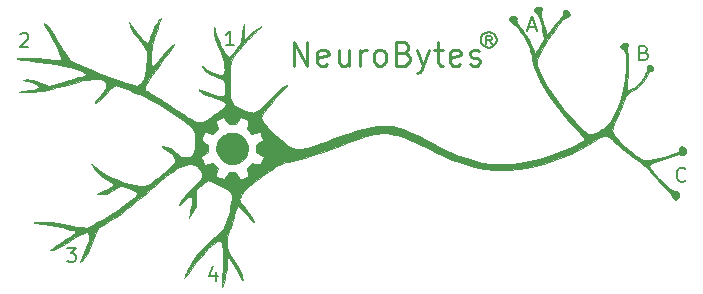
<source format=gbr>
G04 #@! TF.FileFunction,Soldermask,Top*
%FSLAX46Y46*%
G04 Gerber Fmt 4.6, Leading zero omitted, Abs format (unit mm)*
G04 Created by KiCad (PCBNEW 4.0.7-e2-6376~58~ubuntu14.04.1) date Wed Aug  8 14:37:32 2018*
%MOMM*%
%LPD*%
G01*
G04 APERTURE LIST*
%ADD10C,0.100000*%
%ADD11C,0.170000*%
%ADD12C,0.285000*%
%ADD13C,0.140000*%
%ADD14C,0.010000*%
G04 APERTURE END LIST*
D10*
D11*
X148658572Y-100442857D02*
X148658572Y-101242857D01*
X148372858Y-99985714D02*
X148087143Y-100842857D01*
X148830001Y-100842857D01*
X136030001Y-98442857D02*
X136772858Y-98442857D01*
X136372858Y-98900000D01*
X136544286Y-98900000D01*
X136658572Y-98957143D01*
X136715715Y-99014286D01*
X136772858Y-99128571D01*
X136772858Y-99414286D01*
X136715715Y-99528571D01*
X136658572Y-99585714D01*
X136544286Y-99642857D01*
X136201429Y-99642857D01*
X136087143Y-99585714D01*
X136030001Y-99528571D01*
X132087143Y-80357143D02*
X132144286Y-80300000D01*
X132258572Y-80242857D01*
X132544286Y-80242857D01*
X132658572Y-80300000D01*
X132715715Y-80357143D01*
X132772858Y-80471429D01*
X132772858Y-80585714D01*
X132715715Y-80757143D01*
X132030001Y-81442857D01*
X132772858Y-81442857D01*
X150172858Y-81242857D02*
X149487143Y-81242857D01*
X149830001Y-81242857D02*
X149830001Y-80042857D01*
X149715715Y-80214286D01*
X149601429Y-80328571D01*
X149487143Y-80385714D01*
X188401429Y-92728571D02*
X188344286Y-92785714D01*
X188172857Y-92842857D01*
X188058571Y-92842857D01*
X187887143Y-92785714D01*
X187772857Y-92671429D01*
X187715714Y-92557143D01*
X187658571Y-92328571D01*
X187658571Y-92157143D01*
X187715714Y-91928571D01*
X187772857Y-91814286D01*
X187887143Y-91700000D01*
X188058571Y-91642857D01*
X188172857Y-91642857D01*
X188344286Y-91700000D01*
X188401429Y-91757143D01*
X184915714Y-81914286D02*
X185087143Y-81971429D01*
X185144286Y-82028571D01*
X185201429Y-82142857D01*
X185201429Y-82314286D01*
X185144286Y-82428571D01*
X185087143Y-82485714D01*
X184972857Y-82542857D01*
X184515714Y-82542857D01*
X184515714Y-81342857D01*
X184915714Y-81342857D01*
X185030000Y-81400000D01*
X185087143Y-81457143D01*
X185144286Y-81571429D01*
X185144286Y-81685714D01*
X185087143Y-81800000D01*
X185030000Y-81857143D01*
X184915714Y-81914286D01*
X184515714Y-81914286D01*
X175144286Y-79700000D02*
X175715715Y-79700000D01*
X175030001Y-80042857D02*
X175430001Y-78842857D01*
X175830001Y-80042857D01*
D12*
X155242856Y-83004762D02*
X155242856Y-81004762D01*
X156385714Y-83004762D01*
X156385714Y-81004762D01*
X158099999Y-82909524D02*
X157909523Y-83004762D01*
X157528571Y-83004762D01*
X157338094Y-82909524D01*
X157242856Y-82719048D01*
X157242856Y-81957143D01*
X157338094Y-81766667D01*
X157528571Y-81671429D01*
X157909523Y-81671429D01*
X158099999Y-81766667D01*
X158195237Y-81957143D01*
X158195237Y-82147619D01*
X157242856Y-82338095D01*
X159909523Y-81671429D02*
X159909523Y-83004762D01*
X159052380Y-81671429D02*
X159052380Y-82719048D01*
X159147619Y-82909524D01*
X159338095Y-83004762D01*
X159623809Y-83004762D01*
X159814285Y-82909524D01*
X159909523Y-82814286D01*
X160861904Y-83004762D02*
X160861904Y-81671429D01*
X160861904Y-82052381D02*
X160957143Y-81861905D01*
X161052381Y-81766667D01*
X161242857Y-81671429D01*
X161433333Y-81671429D01*
X162385714Y-83004762D02*
X162195238Y-82909524D01*
X162099999Y-82814286D01*
X162004761Y-82623810D01*
X162004761Y-82052381D01*
X162099999Y-81861905D01*
X162195238Y-81766667D01*
X162385714Y-81671429D01*
X162671428Y-81671429D01*
X162861904Y-81766667D01*
X162957142Y-81861905D01*
X163052380Y-82052381D01*
X163052380Y-82623810D01*
X162957142Y-82814286D01*
X162861904Y-82909524D01*
X162671428Y-83004762D01*
X162385714Y-83004762D01*
X164576190Y-81957143D02*
X164861904Y-82052381D01*
X164957143Y-82147619D01*
X165052381Y-82338095D01*
X165052381Y-82623810D01*
X164957143Y-82814286D01*
X164861904Y-82909524D01*
X164671428Y-83004762D01*
X163909523Y-83004762D01*
X163909523Y-81004762D01*
X164576190Y-81004762D01*
X164766666Y-81100000D01*
X164861904Y-81195238D01*
X164957143Y-81385714D01*
X164957143Y-81576190D01*
X164861904Y-81766667D01*
X164766666Y-81861905D01*
X164576190Y-81957143D01*
X163909523Y-81957143D01*
X165719047Y-81671429D02*
X166195238Y-83004762D01*
X166671428Y-81671429D02*
X166195238Y-83004762D01*
X166004762Y-83480952D01*
X165909523Y-83576190D01*
X165719047Y-83671429D01*
X167147619Y-81671429D02*
X167909524Y-81671429D01*
X167433333Y-81004762D02*
X167433333Y-82719048D01*
X167528572Y-82909524D01*
X167719048Y-83004762D01*
X167909524Y-83004762D01*
X169338095Y-82909524D02*
X169147619Y-83004762D01*
X168766667Y-83004762D01*
X168576190Y-82909524D01*
X168480952Y-82719048D01*
X168480952Y-81957143D01*
X168576190Y-81766667D01*
X168766667Y-81671429D01*
X169147619Y-81671429D01*
X169338095Y-81766667D01*
X169433333Y-81957143D01*
X169433333Y-82147619D01*
X168480952Y-82338095D01*
X170195238Y-82909524D02*
X170385715Y-83004762D01*
X170766667Y-83004762D01*
X170957143Y-82909524D01*
X171052381Y-82719048D01*
X171052381Y-82623810D01*
X170957143Y-82433333D01*
X170766667Y-82338095D01*
X170480953Y-82338095D01*
X170290476Y-82242857D01*
X170195238Y-82052381D01*
X170195238Y-81957143D01*
X170290476Y-81766667D01*
X170480953Y-81671429D01*
X170766667Y-81671429D01*
X170957143Y-81766667D01*
D13*
X171988095Y-81159524D02*
X171750000Y-80873810D01*
X171559524Y-81159524D02*
X171559524Y-80492857D01*
X171845238Y-80492857D01*
X171940476Y-80540476D01*
X171988095Y-80635714D01*
X171988095Y-80730952D01*
X171940476Y-80826190D01*
X171845238Y-80873810D01*
X171559524Y-80873810D01*
X171750000Y-80159524D02*
X171511905Y-80207143D01*
X171273809Y-80350000D01*
X171130952Y-80588095D01*
X171083333Y-80826190D01*
X171130952Y-81064286D01*
X171273809Y-81302381D01*
X171511905Y-81445238D01*
X171750000Y-81492857D01*
X171988095Y-81445238D01*
X172226190Y-81302381D01*
X172369047Y-81064286D01*
X172416667Y-80826190D01*
X172369047Y-80588095D01*
X172226190Y-80350000D01*
X171988095Y-80207143D01*
X171750000Y-80159524D01*
D14*
G36*
X176147847Y-78089849D02*
X176235863Y-78174485D01*
X176240887Y-78317544D01*
X176216950Y-78399851D01*
X176189055Y-78493438D01*
X176177166Y-78591668D01*
X176183749Y-78711742D01*
X176211268Y-78870861D01*
X176262191Y-79086227D01*
X176338983Y-79375041D01*
X176376060Y-79509800D01*
X176480338Y-79865665D01*
X176568852Y-80122049D01*
X176641942Y-80279786D01*
X176699950Y-80339709D01*
X176714961Y-80338539D01*
X176757595Y-80295725D01*
X176850849Y-80188167D01*
X176982496Y-80030949D01*
X177140306Y-79839155D01*
X177312050Y-79627869D01*
X177485500Y-79412175D01*
X177648427Y-79207157D01*
X177788602Y-79027900D01*
X177893797Y-78889486D01*
X177928576Y-78841557D01*
X178003871Y-78703674D01*
X178040829Y-78574915D01*
X178041600Y-78559617D01*
X178079369Y-78413121D01*
X178177058Y-78331868D01*
X178311240Y-78323003D01*
X178458486Y-78393670D01*
X178492092Y-78422254D01*
X178581299Y-78557093D01*
X178590571Y-78687160D01*
X178564622Y-78798858D01*
X178494150Y-78855770D01*
X178397200Y-78881544D01*
X178242356Y-78946193D01*
X178067816Y-79087092D01*
X177973083Y-79184436D01*
X177655191Y-79550054D01*
X177322593Y-79969577D01*
X176991095Y-80420330D01*
X176676500Y-80879637D01*
X176394613Y-81324823D01*
X176161239Y-81733210D01*
X176064834Y-81922401D01*
X175925508Y-82240399D01*
X175847158Y-82510540D01*
X175829019Y-82762778D01*
X175870324Y-83027067D01*
X175970310Y-83333360D01*
X176025265Y-83471204D01*
X176244713Y-83945781D01*
X176529750Y-84470650D01*
X176869634Y-85029054D01*
X177253624Y-85604231D01*
X177670975Y-86179423D01*
X178110946Y-86737872D01*
X178147801Y-86782532D01*
X178356368Y-87026652D01*
X178595311Y-87293636D01*
X178851843Y-87570420D01*
X179113177Y-87843941D01*
X179366524Y-88101137D01*
X179599098Y-88328943D01*
X179798110Y-88514296D01*
X179950773Y-88644134D01*
X180015262Y-88690239D01*
X180226420Y-88781325D01*
X180456354Y-88799649D01*
X180714674Y-88742853D01*
X181010992Y-88608577D01*
X181354919Y-88394463D01*
X181427938Y-88343499D01*
X181758607Y-88054325D01*
X182069892Y-87672730D01*
X182358259Y-87206646D01*
X182620175Y-86664007D01*
X182852106Y-86052749D01*
X183050519Y-85380804D01*
X183211881Y-84656107D01*
X183297357Y-84146008D01*
X183325832Y-83901086D01*
X183348870Y-83604927D01*
X183365919Y-83280152D01*
X183376431Y-82949379D01*
X183379855Y-82635230D01*
X183375640Y-82360325D01*
X183363238Y-82147284D01*
X183348501Y-82042930D01*
X183286538Y-81820552D01*
X183217331Y-81675097D01*
X183146642Y-81618354D01*
X183140836Y-81617999D01*
X183053005Y-81582132D01*
X182953387Y-81499117D01*
X182881301Y-81405838D01*
X182867600Y-81361690D01*
X182910209Y-81266211D01*
X183014849Y-81166357D01*
X183146739Y-81088570D01*
X183265470Y-81059200D01*
X183424018Y-81092328D01*
X183503971Y-81189265D01*
X183502689Y-81346336D01*
X183494506Y-81377710D01*
X183474389Y-81555680D01*
X183489830Y-81827255D01*
X183511059Y-81999000D01*
X183566153Y-82624179D01*
X183566356Y-83292910D01*
X183512270Y-83963637D01*
X183479256Y-84199933D01*
X183432528Y-84548568D01*
X183419420Y-84805115D01*
X183443990Y-84974690D01*
X183510299Y-85062410D01*
X183622406Y-85073393D01*
X183784371Y-85012754D01*
X184000253Y-84885610D01*
X184015424Y-84875707D01*
X184383812Y-84591501D01*
X184686643Y-84257473D01*
X184858434Y-84005600D01*
X184999209Y-83766797D01*
X185088605Y-83583344D01*
X185136602Y-83429610D01*
X185153177Y-83279964D01*
X185153600Y-83247429D01*
X185172384Y-83101435D01*
X185219230Y-82999678D01*
X185228091Y-82991017D01*
X185338290Y-82952814D01*
X185463701Y-82982356D01*
X185581077Y-83059734D01*
X185667172Y-83165037D01*
X185698738Y-83278353D01*
X185665622Y-83365752D01*
X185561597Y-83432753D01*
X185488077Y-83446800D01*
X185422995Y-83468015D01*
X185346911Y-83540470D01*
X185248929Y-83677379D01*
X185118155Y-83891954D01*
X185111180Y-83903896D01*
X184796793Y-84371738D01*
X184448878Y-84750703D01*
X184058194Y-85050569D01*
X183985200Y-85095369D01*
X183731713Y-85248814D01*
X183551441Y-85369198D01*
X183428451Y-85472202D01*
X183346811Y-85573505D01*
X183290588Y-85688785D01*
X183247378Y-85821489D01*
X183199800Y-85959574D01*
X183117819Y-86169921D01*
X183009664Y-86432568D01*
X182883567Y-86727554D01*
X182747756Y-87034918D01*
X182739351Y-87053600D01*
X182603142Y-87361463D01*
X182476146Y-87658565D01*
X182366608Y-87924838D01*
X182282774Y-88140214D01*
X182232887Y-88284627D01*
X182231198Y-88290440D01*
X182146317Y-88587481D01*
X182340643Y-88874640D01*
X182576933Y-89180630D01*
X182885154Y-89513548D01*
X183246070Y-89855468D01*
X183640448Y-90188469D01*
X184049054Y-90494626D01*
X184163000Y-90572834D01*
X184823400Y-91016555D01*
X185153600Y-91015817D01*
X185431607Y-90995644D01*
X185776347Y-90940692D01*
X186161836Y-90857732D01*
X186562091Y-90753532D01*
X186951129Y-90634862D01*
X187302964Y-90508493D01*
X187591615Y-90381193D01*
X187593904Y-90380034D01*
X187751281Y-90288203D01*
X187829027Y-90207086D01*
X187846000Y-90137447D01*
X187878767Y-89991151D01*
X187960528Y-89871224D01*
X188066471Y-89808467D01*
X188112508Y-89806609D01*
X188240385Y-89870574D01*
X188345396Y-90001260D01*
X188416204Y-90167626D01*
X188441470Y-90338635D01*
X188409859Y-90483247D01*
X188376420Y-90529122D01*
X188314713Y-90577105D01*
X188238178Y-90595329D01*
X188120934Y-90583963D01*
X187937100Y-90543179D01*
X187893260Y-90532307D01*
X187788322Y-90532572D01*
X187614833Y-90571584D01*
X187364477Y-90651567D01*
X187131260Y-90736031D01*
X186852885Y-90835012D01*
X186567326Y-90927700D01*
X186308915Y-91003442D01*
X186118800Y-91050211D01*
X185787130Y-91138013D01*
X185552386Y-91247416D01*
X185411712Y-91380887D01*
X185362251Y-91540894D01*
X185384685Y-91684231D01*
X185432102Y-91756469D01*
X185540980Y-91885834D01*
X185698851Y-92059758D01*
X185893249Y-92265671D01*
X186111708Y-92491005D01*
X186341762Y-92723191D01*
X186570945Y-92949660D01*
X186786791Y-93157843D01*
X186976832Y-93335172D01*
X187128604Y-93469078D01*
X187229639Y-93546992D01*
X187236400Y-93551176D01*
X187405464Y-93622343D01*
X187585008Y-93656814D01*
X187605957Y-93657410D01*
X187741064Y-93670103D01*
X187814271Y-93721896D01*
X187848782Y-93791917D01*
X187873698Y-93970438D01*
X187827989Y-94143239D01*
X187727313Y-94282607D01*
X187587332Y-94360834D01*
X187522768Y-94368800D01*
X187407253Y-94323855D01*
X187319257Y-94212435D01*
X187287199Y-94079728D01*
X187268828Y-94014683D01*
X187209023Y-93918789D01*
X187100751Y-93783645D01*
X186936979Y-93600845D01*
X186710672Y-93361987D01*
X186535479Y-93181656D01*
X186268986Y-92907289D01*
X185987935Y-92614711D01*
X185714250Y-92326965D01*
X185469858Y-92067094D01*
X185289099Y-91871743D01*
X185054486Y-91624386D01*
X184826809Y-91407269D01*
X184580694Y-91198532D01*
X184290769Y-90976319D01*
X184036931Y-90793071D01*
X183643953Y-90508455D01*
X183278333Y-90232403D01*
X182950831Y-89973718D01*
X182672203Y-89741205D01*
X182453207Y-89543668D01*
X182304599Y-89389913D01*
X182270810Y-89347530D01*
X182156880Y-89227711D01*
X181999975Y-89103914D01*
X181925478Y-89056153D01*
X181768475Y-88979316D01*
X181620682Y-88948360D01*
X181463031Y-88967321D01*
X181276456Y-89040233D01*
X181041888Y-89171132D01*
X180869520Y-89279608D01*
X179805419Y-89912794D01*
X178699876Y-90467329D01*
X177566379Y-90937594D01*
X176418418Y-91317967D01*
X175317800Y-91592813D01*
X174281882Y-91769588D01*
X173286884Y-91856885D01*
X172325039Y-91854402D01*
X171388579Y-91761835D01*
X170469736Y-91578882D01*
X169770113Y-91376476D01*
X169497290Y-91284236D01*
X169231318Y-91188134D01*
X168959235Y-91082569D01*
X168668076Y-90961940D01*
X168344878Y-90820644D01*
X167976676Y-90653080D01*
X167550507Y-90453648D01*
X167053407Y-90216744D01*
X166764000Y-90077570D01*
X166189465Y-89802785D01*
X165693849Y-89571058D01*
X165266135Y-89378181D01*
X164895308Y-89219943D01*
X164570352Y-89092133D01*
X164280251Y-88990543D01*
X164013988Y-88910961D01*
X163760549Y-88849179D01*
X163508917Y-88800984D01*
X163364500Y-88778334D01*
X163109655Y-88747822D01*
X162857626Y-88733494D01*
X162599915Y-88737515D01*
X162328018Y-88762049D01*
X162033436Y-88809260D01*
X161707668Y-88881311D01*
X161342212Y-88980368D01*
X160928568Y-89108592D01*
X160458235Y-89268150D01*
X159922712Y-89461204D01*
X159313497Y-89689918D01*
X158622091Y-89956457D01*
X158407400Y-90040198D01*
X157740458Y-90295860D01*
X157155412Y-90509055D01*
X156643265Y-90682706D01*
X156195017Y-90819742D01*
X155801670Y-90923085D01*
X155486400Y-90989847D01*
X155096943Y-91064041D01*
X154769781Y-91135138D01*
X154487784Y-91211134D01*
X154233824Y-91300025D01*
X153990774Y-91409809D01*
X153741503Y-91548481D01*
X153468886Y-91724039D01*
X153155792Y-91944479D01*
X152785094Y-92217797D01*
X152667000Y-92306123D01*
X152381241Y-92519925D01*
X152110366Y-92722018D01*
X151869043Y-92901502D01*
X151671940Y-93047478D01*
X151533724Y-93149047D01*
X151489751Y-93180869D01*
X151251785Y-93387241D01*
X151013388Y-93657696D01*
X150802757Y-93958834D01*
X150736617Y-94072977D01*
X150671167Y-94206716D01*
X150641000Y-94321603D01*
X150652570Y-94434285D01*
X150712332Y-94561407D01*
X150826738Y-94719616D01*
X151002244Y-94925557D01*
X151116910Y-95053833D01*
X151392217Y-95384795D01*
X151613795Y-95703452D01*
X151771496Y-95993742D01*
X151849555Y-96213728D01*
X151853882Y-96266620D01*
X151824004Y-96262678D01*
X151751458Y-96195077D01*
X151627783Y-96056997D01*
X151566048Y-95985128D01*
X151349006Y-95737524D01*
X151132769Y-95502880D01*
X150929420Y-95293159D01*
X150751045Y-95120325D01*
X150609729Y-94996341D01*
X150517556Y-94933171D01*
X150497798Y-94927600D01*
X150453586Y-94973618D01*
X150389666Y-95112911D01*
X150305318Y-95347330D01*
X150199823Y-95678731D01*
X150177243Y-95753100D01*
X150082911Y-96059543D01*
X149986448Y-96362080D01*
X149896502Y-96634315D01*
X149821717Y-96849854D01*
X149790363Y-96934200D01*
X149696680Y-97226889D01*
X149623633Y-97554600D01*
X149576387Y-97883414D01*
X149560104Y-98179414D01*
X149572339Y-98366496D01*
X149604352Y-98491572D01*
X149670856Y-98644962D01*
X149779642Y-98841315D01*
X149938500Y-99095278D01*
X150050682Y-99265788D01*
X150285884Y-99624979D01*
X150468408Y-99919369D01*
X150606852Y-100165196D01*
X150709813Y-100378701D01*
X150785891Y-100576123D01*
X150838623Y-100754019D01*
X150894316Y-100986437D01*
X150916012Y-101128138D01*
X150902569Y-101178650D01*
X150852844Y-101137503D01*
X150765694Y-101004225D01*
X150639975Y-100778343D01*
X150568561Y-100642600D01*
X150331384Y-100196994D01*
X150130444Y-99843938D01*
X149964099Y-99581706D01*
X149830709Y-99408573D01*
X149728632Y-99322813D01*
X149656228Y-99322700D01*
X149611856Y-99406509D01*
X149593876Y-99572513D01*
X149593300Y-99616898D01*
X149581877Y-99850564D01*
X149550852Y-100135604D01*
X149504407Y-100450533D01*
X149446726Y-100773866D01*
X149381991Y-101084119D01*
X149314384Y-101359809D01*
X149248088Y-101579449D01*
X149187286Y-101721556D01*
X149181845Y-101730403D01*
X149154200Y-101748842D01*
X149146564Y-101681473D01*
X149156996Y-101531600D01*
X149185288Y-101194250D01*
X149210092Y-100811339D01*
X149230855Y-100401940D01*
X149247023Y-99985130D01*
X149258045Y-99579986D01*
X149263366Y-99205582D01*
X149262434Y-98880996D01*
X149254695Y-98625303D01*
X149244948Y-98497666D01*
X149208756Y-98219089D01*
X149168675Y-98027233D01*
X149117964Y-97907258D01*
X149049880Y-97844325D01*
X148957681Y-97823594D01*
X148938501Y-97823200D01*
X148774143Y-97865941D01*
X148562814Y-97990668D01*
X148309632Y-98192133D01*
X148019712Y-98465086D01*
X147698171Y-98804281D01*
X147350124Y-99204469D01*
X146980688Y-99660402D01*
X146594978Y-100166833D01*
X146419094Y-100407544D01*
X146262799Y-100622548D01*
X146128099Y-100804860D01*
X146025754Y-100940153D01*
X145966520Y-101014100D01*
X145956516Y-101023600D01*
X145955796Y-100982230D01*
X145997838Y-100868699D01*
X146074669Y-100698871D01*
X146178319Y-100488610D01*
X146300814Y-100253782D01*
X146434183Y-100010251D01*
X146570455Y-99773881D01*
X146652455Y-99638611D01*
X146966176Y-99162874D01*
X147290692Y-98736512D01*
X147645875Y-98337396D01*
X148051597Y-97943401D01*
X148527728Y-97532400D01*
X148589518Y-97481720D01*
X148813466Y-97296080D01*
X149013799Y-97124749D01*
X149175156Y-96981270D01*
X149282175Y-96879189D01*
X149314732Y-96842302D01*
X149370433Y-96733218D01*
X149444912Y-96544437D01*
X149532098Y-96294774D01*
X149625922Y-96003048D01*
X149720315Y-95688075D01*
X149809208Y-95368673D01*
X149881083Y-95086390D01*
X149964136Y-94659736D01*
X149994631Y-94292911D01*
X149972655Y-93994207D01*
X149898296Y-93771917D01*
X149866793Y-93722723D01*
X149690064Y-93545744D01*
X149430069Y-93371431D01*
X149104722Y-93211687D01*
X149085600Y-93203690D01*
X148902005Y-93123338D01*
X148673127Y-93017281D01*
X148443954Y-92906437D01*
X148410569Y-92889808D01*
X148218380Y-92795405D01*
X148091611Y-92742072D01*
X148005318Y-92724443D01*
X147934555Y-92737150D01*
X147860783Y-92771504D01*
X147756794Y-92841323D01*
X147605848Y-92962414D01*
X147432866Y-93114244D01*
X147342014Y-93198970D01*
X146977400Y-93546720D01*
X146977400Y-94199060D01*
X146976154Y-94471710D01*
X146969688Y-94668204D01*
X146953904Y-94813980D01*
X146924705Y-94934476D01*
X146877995Y-95055131D01*
X146819171Y-95181600D01*
X146746888Y-95318472D01*
X146657390Y-95468447D01*
X146562081Y-95615405D01*
X146472366Y-95743226D01*
X146399649Y-95835791D01*
X146355334Y-95876979D01*
X146350826Y-95850672D01*
X146355123Y-95837519D01*
X146422309Y-95620138D01*
X146488913Y-95357301D01*
X146549339Y-95077295D01*
X146597992Y-94808402D01*
X146629277Y-94578909D01*
X146637597Y-94417100D01*
X146637302Y-94411151D01*
X146624055Y-94253215D01*
X146598181Y-94170054D01*
X146545422Y-94134854D01*
X146484802Y-94124386D01*
X146409356Y-94129964D01*
X146320557Y-94171118D01*
X146202465Y-94258827D01*
X146039141Y-94404069D01*
X145931666Y-94505386D01*
X145749132Y-94675604D01*
X145629279Y-94777218D01*
X145564898Y-94815366D01*
X145548782Y-94795188D01*
X145553239Y-94775200D01*
X145614263Y-94618214D01*
X145711773Y-94446984D01*
X145854067Y-94250923D01*
X146049445Y-94019443D01*
X146306204Y-93741957D01*
X146596427Y-93444337D01*
X146886883Y-93148689D01*
X147111064Y-92912171D01*
X147276454Y-92724039D01*
X147390537Y-92573553D01*
X147460797Y-92449969D01*
X147494718Y-92342546D01*
X147499784Y-92240540D01*
X147489420Y-92162562D01*
X147400980Y-91940803D01*
X147235223Y-91731554D01*
X147016339Y-91551713D01*
X146768515Y-91418179D01*
X146515940Y-91347850D01*
X146324604Y-91348799D01*
X146109401Y-91395954D01*
X145887655Y-91469099D01*
X145652051Y-91573163D01*
X145395276Y-91713078D01*
X145110015Y-91893774D01*
X144788957Y-92120182D01*
X144424786Y-92397232D01*
X144010189Y-92729855D01*
X143537853Y-93122982D01*
X143000464Y-93581542D01*
X142956481Y-93619443D01*
X142398028Y-94097344D01*
X141902248Y-94513185D01*
X141458388Y-94875133D01*
X141055696Y-95191351D01*
X140683419Y-95470003D01*
X140330805Y-95719255D01*
X139987102Y-95947270D01*
X139641556Y-96162213D01*
X139484400Y-96255786D01*
X139256497Y-96390807D01*
X139051589Y-96514064D01*
X138890275Y-96613038D01*
X138793157Y-96675210D01*
X138785611Y-96680438D01*
X138697392Y-96764256D01*
X138608405Y-96896575D01*
X138512791Y-97089433D01*
X138404686Y-97354870D01*
X138278230Y-97704923D01*
X138257399Y-97765231D01*
X138097569Y-98192274D01*
X137925694Y-98583896D01*
X137749695Y-98925068D01*
X137577495Y-99200760D01*
X137417015Y-99395943D01*
X137379854Y-99430228D01*
X137260528Y-99527262D01*
X137172885Y-99589213D01*
X137146580Y-99601200D01*
X137154984Y-99559205D01*
X137202855Y-99444987D01*
X137282271Y-99276194D01*
X137380902Y-99079063D01*
X137598784Y-98621042D01*
X137760904Y-98207629D01*
X137865364Y-97846275D01*
X137910266Y-97544429D01*
X137893711Y-97309542D01*
X137857012Y-97210260D01*
X137808279Y-97149349D01*
X137737042Y-97119698D01*
X137634694Y-97124748D01*
X137492631Y-97167942D01*
X137302246Y-97252723D01*
X137054935Y-97382534D01*
X136742093Y-97560817D01*
X136355113Y-97791015D01*
X136256648Y-97850496D01*
X135886738Y-98072432D01*
X135589206Y-98245686D01*
X135351137Y-98376778D01*
X135159614Y-98472230D01*
X135001721Y-98538562D01*
X134864543Y-98582295D01*
X134761587Y-98605290D01*
X134693565Y-98617236D01*
X134650122Y-98620313D01*
X134638825Y-98608574D01*
X134667240Y-98576071D01*
X134742932Y-98516857D01*
X134873468Y-98424985D01*
X135066412Y-98294506D01*
X135329332Y-98119474D01*
X135649000Y-97907709D01*
X135995763Y-97678103D01*
X136266529Y-97498036D01*
X136469848Y-97360711D01*
X136614272Y-97259330D01*
X136708352Y-97187095D01*
X136760639Y-97137206D01*
X136779685Y-97102868D01*
X136774042Y-97077280D01*
X136752260Y-97053646D01*
X136738888Y-97041288D01*
X136613186Y-96967368D01*
X136387325Y-96887707D01*
X136062568Y-96802584D01*
X135640176Y-96712278D01*
X135121413Y-96617069D01*
X134507540Y-96517235D01*
X134077350Y-96452792D01*
X133741356Y-96402704D01*
X133497138Y-96363138D01*
X133335650Y-96332042D01*
X133247848Y-96307367D01*
X133224689Y-96287061D01*
X133257127Y-96269075D01*
X133261400Y-96267805D01*
X133488436Y-96230333D01*
X133802514Y-96221328D01*
X134193427Y-96239848D01*
X134650967Y-96284947D01*
X135164928Y-96355681D01*
X135725101Y-96451105D01*
X136157000Y-96535741D01*
X136455868Y-96590858D01*
X136778610Y-96639762D01*
X137079791Y-96676041D01*
X137253639Y-96690501D01*
X137740679Y-96719463D01*
X138218839Y-96487182D01*
X138595198Y-96293030D01*
X139015089Y-96057020D01*
X139461268Y-95790433D01*
X139916490Y-95504549D01*
X140363510Y-95210650D01*
X140785083Y-94920017D01*
X141163964Y-94643931D01*
X141482908Y-94393673D01*
X141679017Y-94223628D01*
X141858213Y-94040462D01*
X141952866Y-93894485D01*
X141967109Y-93773294D01*
X141905077Y-93664490D01*
X141875198Y-93635094D01*
X141791505Y-93587439D01*
X141635265Y-93520829D01*
X141431718Y-93443896D01*
X141206102Y-93365269D01*
X140983654Y-93293579D01*
X140789614Y-93237456D01*
X140649218Y-93205529D01*
X140606720Y-93201340D01*
X140533996Y-93226518D01*
X140394076Y-93294559D01*
X140206466Y-93395363D01*
X139990672Y-93518830D01*
X139969918Y-93531073D01*
X139697103Y-93688353D01*
X139485865Y-93797043D01*
X139313158Y-93864775D01*
X139155933Y-93899181D01*
X138991142Y-93907895D01*
X138849264Y-93902196D01*
X138595400Y-93886200D01*
X139128800Y-93611398D01*
X139489021Y-93421974D01*
X139757911Y-93271807D01*
X139937362Y-93159752D01*
X140029264Y-93084663D01*
X140043200Y-93057860D01*
X140002050Y-93017289D01*
X139891024Y-92939357D01*
X139728759Y-92836587D01*
X139595847Y-92757264D01*
X139190480Y-92508511D01*
X138867319Y-92280140D01*
X138612452Y-92059616D01*
X138411964Y-91834406D01*
X138251943Y-91591974D01*
X138204502Y-91503826D01*
X138103109Y-91305852D01*
X138273054Y-91444514D01*
X138775537Y-91834481D01*
X139246342Y-92154401D01*
X139710550Y-92418497D01*
X140193240Y-92640988D01*
X140719493Y-92836098D01*
X140738152Y-92842320D01*
X141318321Y-93017923D01*
X141820808Y-93132664D01*
X142249019Y-93186890D01*
X142606361Y-93180952D01*
X142896242Y-93115198D01*
X142991895Y-93073341D01*
X143107090Y-92999817D01*
X143269426Y-92877524D01*
X143451989Y-92727254D01*
X143543080Y-92647556D01*
X143729121Y-92484458D01*
X143965297Y-92282331D01*
X144222557Y-92065803D01*
X144471850Y-91859502D01*
X144494582Y-91840906D01*
X144768243Y-91611479D01*
X144967040Y-91428256D01*
X145099451Y-91279332D01*
X145173954Y-91152803D01*
X145199029Y-91036763D01*
X145183152Y-90919310D01*
X145173530Y-90887576D01*
X145083493Y-90721936D01*
X144922558Y-90529389D01*
X144710230Y-90329396D01*
X144466011Y-90141417D01*
X144348500Y-90064441D01*
X144201720Y-89970385D01*
X144096843Y-89896762D01*
X144056402Y-89859398D01*
X144056400Y-89859286D01*
X144099857Y-89844663D01*
X144212563Y-89857816D01*
X144368016Y-89892541D01*
X144539716Y-89942632D01*
X144701161Y-90001884D01*
X144742200Y-90019859D01*
X144899840Y-90110112D01*
X145093987Y-90246682D01*
X145289218Y-90404132D01*
X145340112Y-90449276D01*
X145684024Y-90761999D01*
X146051312Y-90761251D01*
X146295864Y-90751599D01*
X146404521Y-90731120D01*
X147409054Y-90731120D01*
X147427712Y-90804188D01*
X147476591Y-90939781D01*
X147539729Y-91095615D01*
X147670550Y-91403831D01*
X148025197Y-91327685D01*
X148379845Y-91251539D01*
X148790874Y-91662568D01*
X148729069Y-91960280D01*
X148692225Y-92129917D01*
X148660609Y-92261919D01*
X148644909Y-92316249D01*
X148678068Y-92357560D01*
X148779015Y-92421389D01*
X148920412Y-92494568D01*
X149074917Y-92563933D01*
X149215192Y-92616316D01*
X149313898Y-92638553D01*
X149314200Y-92638565D01*
X149364191Y-92599366D01*
X149447701Y-92494477D01*
X149547204Y-92346053D01*
X149553304Y-92336240D01*
X149741609Y-92032000D01*
X150308029Y-92032000D01*
X150496914Y-92334503D01*
X150597386Y-92484939D01*
X150682697Y-92594042D01*
X150735127Y-92639267D01*
X150736600Y-92639449D01*
X150806279Y-92622010D01*
X150939801Y-92573967D01*
X151105785Y-92506748D01*
X151287407Y-92421130D01*
X151382534Y-92352789D01*
X151402927Y-92293156D01*
X151402320Y-92290702D01*
X151379152Y-92197177D01*
X151343465Y-92045200D01*
X151318836Y-91937546D01*
X151257201Y-91665292D01*
X151665966Y-91256527D01*
X152000335Y-91319617D01*
X152174173Y-91352614D01*
X152305579Y-91377920D01*
X152365125Y-91389854D01*
X152398135Y-91350283D01*
X152457397Y-91239188D01*
X152531012Y-91079206D01*
X152542830Y-91051752D01*
X152690113Y-90706504D01*
X152087393Y-90330200D01*
X152085096Y-90015812D01*
X152082800Y-89701425D01*
X152384358Y-89515293D01*
X152525991Y-89428241D01*
X152611693Y-89362173D01*
X152645604Y-89293118D01*
X152631867Y-89197103D01*
X152574621Y-89050156D01*
X152495888Y-88869700D01*
X152432612Y-88733570D01*
X152383833Y-88646068D01*
X152367157Y-88628400D01*
X152309220Y-88639053D01*
X152179968Y-88667029D01*
X152006981Y-88706353D01*
X152000950Y-88707750D01*
X151658795Y-88787101D01*
X151457699Y-88586005D01*
X151256603Y-88384908D01*
X151339913Y-88015999D01*
X151378301Y-87837820D01*
X151403522Y-87704495D01*
X151410928Y-87640984D01*
X151410111Y-87638943D01*
X151316930Y-87592259D01*
X151174992Y-87532712D01*
X151013958Y-87471248D01*
X150863488Y-87418811D01*
X150753243Y-87386344D01*
X150713977Y-87382083D01*
X150668848Y-87435438D01*
X150590178Y-87550494D01*
X150504275Y-87687266D01*
X150334133Y-87968000D01*
X150027366Y-87967440D01*
X149720600Y-87966881D01*
X149532233Y-87662541D01*
X149343866Y-87358200D01*
X149080315Y-87462082D01*
X148874855Y-87543051D01*
X148747673Y-87604134D01*
X148684534Y-87667448D01*
X148671202Y-87755105D01*
X148693442Y-87889221D01*
X148721794Y-88019047D01*
X148799260Y-88379845D01*
X148392004Y-88787101D01*
X148044161Y-88706431D01*
X147867452Y-88671689D01*
X147731355Y-88656531D01*
X147663883Y-88663988D01*
X147662663Y-88665180D01*
X147621203Y-88738077D01*
X147561176Y-88869375D01*
X147496773Y-89024418D01*
X147442185Y-89168550D01*
X147411606Y-89267116D01*
X147409200Y-89284121D01*
X147448659Y-89336557D01*
X147552229Y-89423890D01*
X147697698Y-89527435D01*
X147701300Y-89529819D01*
X147993400Y-89722830D01*
X148023596Y-90295614D01*
X147716398Y-90485227D01*
X147564749Y-90586200D01*
X147454936Y-90673373D01*
X147409271Y-90728892D01*
X147409054Y-90731120D01*
X146404521Y-90731120D01*
X146484713Y-90716006D01*
X146625768Y-90642830D01*
X146726937Y-90520430D01*
X146796127Y-90337167D01*
X146841248Y-90081399D01*
X146870207Y-89741486D01*
X146880921Y-89540081D01*
X146894575Y-89196142D01*
X146893251Y-88923412D01*
X146867870Y-88704070D01*
X146809351Y-88520296D01*
X146708615Y-88354270D01*
X146556582Y-88188171D01*
X146344173Y-88004180D01*
X146062307Y-87784476D01*
X145938549Y-87690530D01*
X145229415Y-87182585D01*
X144452853Y-86678397D01*
X143641748Y-86197840D01*
X142828985Y-85760789D01*
X142380000Y-85539905D01*
X142116952Y-85419290D01*
X141816355Y-85288090D01*
X141496880Y-85153770D01*
X141177197Y-85023794D01*
X140875976Y-84905628D01*
X140611889Y-84806735D01*
X140403606Y-84734581D01*
X140271800Y-84697042D01*
X140167061Y-84689758D01*
X140059897Y-84718903D01*
X139937762Y-84793566D01*
X139788112Y-84922835D01*
X139598401Y-85115797D01*
X139410182Y-85321217D01*
X139100010Y-85649321D01*
X138828629Y-85901977D01*
X138600566Y-86075326D01*
X138420349Y-86165508D01*
X138419530Y-86165757D01*
X138373212Y-86169686D01*
X138380246Y-86132092D01*
X138446503Y-86043523D01*
X138577857Y-85894529D01*
X138609801Y-85859544D01*
X138930476Y-85483897D01*
X139162060Y-85154255D01*
X139304459Y-84870947D01*
X139357578Y-84634304D01*
X139321321Y-84444656D01*
X139195592Y-84302334D01*
X139076722Y-84239615D01*
X138870609Y-84171752D01*
X138650293Y-84131327D01*
X138404326Y-84119627D01*
X138121261Y-84137937D01*
X137789651Y-84187542D01*
X137398049Y-84269728D01*
X136935007Y-84385779D01*
X136389080Y-84536981D01*
X136363818Y-84544220D01*
X135756924Y-84715356D01*
X135230164Y-84856468D01*
X134767574Y-84970505D01*
X134353186Y-85060418D01*
X133971036Y-85129155D01*
X133605157Y-85179666D01*
X133239583Y-85214900D01*
X132858350Y-85237807D01*
X132550200Y-85248735D01*
X132264660Y-85255173D01*
X132068532Y-85256011D01*
X131963473Y-85250395D01*
X131951142Y-85237472D01*
X132033198Y-85216389D01*
X132211297Y-85186293D01*
X132487100Y-85146330D01*
X132842734Y-85098237D01*
X133184495Y-85048121D01*
X133432001Y-84998739D01*
X133592477Y-84945870D01*
X133673145Y-84885295D01*
X133681231Y-84812795D01*
X133623958Y-84724150D01*
X133572537Y-84671953D01*
X133455757Y-84595215D01*
X133268026Y-84507243D01*
X133037587Y-84418788D01*
X132792680Y-84340601D01*
X132561548Y-84283434D01*
X132541849Y-84279585D01*
X132347000Y-84242536D01*
X132499400Y-84200642D01*
X132648773Y-84182466D01*
X132848882Y-84199382D01*
X133109815Y-84253510D01*
X133441663Y-84346973D01*
X133854515Y-84481893D01*
X133882857Y-84491619D01*
X134555114Y-84722873D01*
X135483057Y-84445073D01*
X135918998Y-84315397D01*
X136274039Y-84211932D01*
X136564185Y-84130374D01*
X136805445Y-84066416D01*
X137013827Y-84015755D01*
X137205337Y-83974085D01*
X137315934Y-83952159D01*
X137520246Y-83897231D01*
X137626828Y-83827651D01*
X137638953Y-83739759D01*
X137582875Y-83653840D01*
X137421058Y-83530563D01*
X137159130Y-83406854D01*
X136798573Y-83283057D01*
X136340873Y-83159513D01*
X135787515Y-83036568D01*
X135139982Y-82914562D01*
X134399759Y-82793840D01*
X133568332Y-82674745D01*
X133058200Y-82608228D01*
X132732605Y-82566550D01*
X132434791Y-82527328D01*
X132181853Y-82492902D01*
X131990884Y-82465609D01*
X131878980Y-82447790D01*
X131864400Y-82444875D01*
X131795113Y-82424604D01*
X131804457Y-82405241D01*
X131901747Y-82377399D01*
X131940600Y-82368085D01*
X132102942Y-82346666D01*
X132345732Y-82336362D01*
X132648530Y-82336265D01*
X132990896Y-82345467D01*
X133352392Y-82363058D01*
X133712578Y-82388131D01*
X134051015Y-82419777D01*
X134347264Y-82457088D01*
X134495293Y-82481635D01*
X134748739Y-82524128D01*
X134987898Y-82555617D01*
X135182137Y-82572534D01*
X135282693Y-82573323D01*
X135421513Y-82554598D01*
X135488804Y-82513107D01*
X135514204Y-82433032D01*
X135511230Y-82303657D01*
X135481694Y-82140356D01*
X135471500Y-82102832D01*
X135408921Y-81933494D01*
X135302479Y-81694081D01*
X135160805Y-81401507D01*
X134992529Y-81072685D01*
X134806281Y-80724531D01*
X134610691Y-80373957D01*
X134438304Y-80077901D01*
X134308089Y-79852946D01*
X134204830Y-79662218D01*
X134136084Y-79520723D01*
X134109406Y-79443463D01*
X134113856Y-79433599D01*
X134203638Y-79475833D01*
X134332820Y-79593997D01*
X134491316Y-79775291D01*
X134669042Y-80006910D01*
X134855910Y-80276052D01*
X135041837Y-80569915D01*
X135137636Y-80733213D01*
X135433715Y-81242008D01*
X135695102Y-81666199D01*
X135928642Y-82013902D01*
X136141185Y-82293234D01*
X136339577Y-82512311D01*
X136530666Y-82679248D01*
X136721300Y-82802163D01*
X136918327Y-82889169D01*
X136971696Y-82906990D01*
X137109211Y-82955543D01*
X137321072Y-83037059D01*
X137588456Y-83143978D01*
X137892542Y-83268740D01*
X138214505Y-83403783D01*
X138316000Y-83446978D01*
X138961559Y-83717676D01*
X139563552Y-83960027D01*
X140115711Y-84171907D01*
X140611771Y-84351188D01*
X141045464Y-84495744D01*
X141410525Y-84603450D01*
X141700686Y-84672179D01*
X141909682Y-84699806D01*
X141995683Y-84695373D01*
X142215192Y-84603703D01*
X142400072Y-84420701D01*
X142546797Y-84151758D01*
X142651840Y-83802266D01*
X142680141Y-83649161D01*
X142702886Y-83475478D01*
X142728917Y-83229968D01*
X142755373Y-82942218D01*
X142779392Y-82641813D01*
X142784655Y-82568563D01*
X142805300Y-82244985D01*
X142811017Y-81999737D01*
X142795327Y-81809902D01*
X142751750Y-81652562D01*
X142673809Y-81504800D01*
X142555024Y-81343699D01*
X142388917Y-81146340D01*
X142379503Y-81135400D01*
X142029467Y-80710651D01*
X141755131Y-80335912D01*
X141550203Y-80001187D01*
X141408394Y-79696483D01*
X141340379Y-79484400D01*
X141307829Y-79357400D01*
X141399414Y-79464939D01*
X141467833Y-79551524D01*
X141577518Y-79697129D01*
X141710754Y-79878047D01*
X141795800Y-79995310D01*
X141991611Y-80254355D01*
X142193737Y-80499756D01*
X142390227Y-80719110D01*
X142569130Y-80900013D01*
X142718497Y-81030062D01*
X142826376Y-81096854D01*
X142862451Y-81102403D01*
X142918087Y-81059863D01*
X142981068Y-80946244D01*
X143056527Y-80750828D01*
X143114147Y-80576600D01*
X143303795Y-80043795D01*
X143502767Y-79610063D01*
X143710611Y-79276346D01*
X143779746Y-79189870D01*
X143884350Y-79075296D01*
X143961217Y-79004935D01*
X143988453Y-78993120D01*
X143978731Y-79045390D01*
X143938238Y-79176632D01*
X143872354Y-79370870D01*
X143786460Y-79612126D01*
X143709636Y-79821049D01*
X143545244Y-80272462D01*
X143417277Y-80651288D01*
X143320926Y-80977797D01*
X143251384Y-81272260D01*
X143203843Y-81554949D01*
X143173496Y-81846132D01*
X143155951Y-82155596D01*
X143147867Y-82491706D01*
X143155686Y-82737639D01*
X143181278Y-82903841D01*
X143226511Y-83000761D01*
X143293254Y-83038845D01*
X143314218Y-83040400D01*
X143391461Y-83001104D01*
X143514088Y-82892632D01*
X143669310Y-82729101D01*
X143844337Y-82524630D01*
X144026379Y-82293338D01*
X144171863Y-82093645D01*
X144417661Y-81768300D01*
X144643791Y-81525268D01*
X144863896Y-81350878D01*
X144981615Y-81282207D01*
X145143458Y-81198514D01*
X145049058Y-81342587D01*
X144992750Y-81422831D01*
X144885077Y-81571171D01*
X144735709Y-81774480D01*
X144554317Y-82019630D01*
X144350572Y-82293495D01*
X144203259Y-82490675D01*
X143822411Y-83003587D01*
X143502238Y-83444111D01*
X143238889Y-83818340D01*
X143028514Y-84132366D01*
X142867263Y-84392281D01*
X142751286Y-84604178D01*
X142676733Y-84774149D01*
X142639753Y-84908287D01*
X142634000Y-84973892D01*
X142644218Y-85054110D01*
X142687651Y-85119746D01*
X142783467Y-85188551D01*
X142950833Y-85278272D01*
X142976900Y-85291420D01*
X143148938Y-85380203D01*
X143323357Y-85475731D01*
X143511308Y-85584999D01*
X143723946Y-85715003D01*
X143972424Y-85872740D01*
X144267894Y-86065206D01*
X144621511Y-86299395D01*
X145044428Y-86582305D01*
X145178811Y-86672566D01*
X145632545Y-86974812D01*
X146013552Y-87221755D01*
X146331056Y-87418148D01*
X146594282Y-87568746D01*
X146812453Y-87678299D01*
X146994792Y-87751562D01*
X147150525Y-87793288D01*
X147288875Y-87808228D01*
X147377552Y-87805529D01*
X147556057Y-87776244D01*
X147721581Y-87710265D01*
X147913792Y-87591096D01*
X147944182Y-87569868D01*
X148109876Y-87453549D01*
X148329060Y-87300406D01*
X148571670Y-87131413D01*
X148780800Y-86986157D01*
X149074294Y-86771654D01*
X149279430Y-86595992D01*
X149400206Y-86455671D01*
X149414660Y-86431410D01*
X149515120Y-86246558D01*
X149396803Y-86120616D01*
X149293932Y-86046252D01*
X149110325Y-85959071D01*
X148839271Y-85856199D01*
X148559743Y-85762220D01*
X148117347Y-85608766D01*
X147760375Y-85462645D01*
X147492935Y-85325874D01*
X147319136Y-85200465D01*
X147256794Y-85123190D01*
X147224757Y-85058996D01*
X147227272Y-85031422D01*
X147280450Y-85041645D01*
X147400400Y-85090845D01*
X147517178Y-85142240D01*
X147867811Y-85284351D01*
X148215532Y-85401928D01*
X148545306Y-85491924D01*
X148842096Y-85551298D01*
X149090866Y-85577003D01*
X149276581Y-85565997D01*
X149380239Y-85519440D01*
X149413040Y-85434766D01*
X149434067Y-85276571D01*
X149443639Y-85072212D01*
X149442075Y-84849046D01*
X149429693Y-84634428D01*
X149406814Y-84455717D01*
X149373755Y-84340268D01*
X149366346Y-84327738D01*
X149291117Y-84265177D01*
X149143955Y-84176744D01*
X148947049Y-84074830D01*
X148751216Y-83984258D01*
X148326971Y-83786400D01*
X147998649Y-83605920D01*
X147762514Y-83440425D01*
X147614833Y-83287520D01*
X147582570Y-83235034D01*
X147497067Y-83069689D01*
X147618233Y-83155959D01*
X147904258Y-83342239D01*
X148206894Y-83509488D01*
X148504049Y-83647798D01*
X148773634Y-83747263D01*
X148993557Y-83797974D01*
X149059573Y-83802399D01*
X149204343Y-83782075D01*
X149303049Y-83712886D01*
X149361056Y-83582507D01*
X149383727Y-83378613D01*
X149376428Y-83088880D01*
X149375646Y-83076232D01*
X149355433Y-82842872D01*
X149322016Y-82631316D01*
X149268688Y-82418527D01*
X149188746Y-82181468D01*
X149075483Y-81897101D01*
X148942869Y-81589304D01*
X148762379Y-81146844D01*
X148617541Y-80725606D01*
X148514925Y-80346850D01*
X148461101Y-80031832D01*
X148460894Y-80029720D01*
X148453846Y-79863725D01*
X148468216Y-79778451D01*
X148497603Y-79780011D01*
X148535606Y-79874522D01*
X148552364Y-79942349D01*
X148597192Y-80099506D01*
X148674569Y-80324252D01*
X148774684Y-80591829D01*
X148887725Y-80877481D01*
X149003881Y-81156448D01*
X149113338Y-81403973D01*
X149206286Y-81595299D01*
X149210928Y-81604082D01*
X149351208Y-81855053D01*
X149467171Y-82029447D01*
X149572279Y-82145000D01*
X149676685Y-82217691D01*
X149749421Y-82240776D01*
X149821970Y-82213523D01*
X149922006Y-82122913D01*
X149957738Y-82085450D01*
X150091180Y-81934676D01*
X150247719Y-81744632D01*
X150408219Y-81540089D01*
X150553545Y-81345816D01*
X150664559Y-81186583D01*
X150710904Y-81110553D01*
X150743968Y-81010675D01*
X150781984Y-80836695D01*
X150819616Y-80615586D01*
X150844189Y-80436593D01*
X150887050Y-80122400D01*
X150931212Y-79859468D01*
X150974043Y-79659784D01*
X151012913Y-79535331D01*
X151045188Y-79498095D01*
X151049612Y-79501079D01*
X151055617Y-79559675D01*
X151050688Y-79696865D01*
X151036028Y-79890368D01*
X151019550Y-80057402D01*
X150992789Y-80360077D01*
X150988415Y-80571466D01*
X151006934Y-80699497D01*
X151048848Y-80752099D01*
X151063869Y-80754400D01*
X151114044Y-80722706D01*
X151224216Y-80636198D01*
X151378600Y-80507734D01*
X151561411Y-80350175D01*
X151579330Y-80334471D01*
X151844518Y-80108261D01*
X152077079Y-79922733D01*
X152266140Y-79785888D01*
X152400826Y-79705726D01*
X152458411Y-79687599D01*
X152437241Y-79720990D01*
X152355762Y-79812424D01*
X152226193Y-79948797D01*
X152060753Y-80117006D01*
X152020238Y-80157499D01*
X151823821Y-80356553D01*
X151582176Y-80606570D01*
X151318425Y-80883340D01*
X151055685Y-81162652D01*
X150888284Y-81342889D01*
X150594891Y-81667579D01*
X150357860Y-81951767D01*
X150171619Y-82211926D01*
X150030593Y-82464529D01*
X149929211Y-82726049D01*
X149861900Y-83012960D01*
X149823086Y-83341733D01*
X149807197Y-83728843D01*
X149808659Y-84190763D01*
X149815622Y-84513600D01*
X149826234Y-84858731D01*
X149839519Y-85182476D01*
X149854470Y-85466575D01*
X149870076Y-85692770D01*
X149885329Y-85842804D01*
X149890998Y-85876895D01*
X149988219Y-86107020D01*
X150174621Y-86328898D01*
X150437788Y-86533939D01*
X150765301Y-86713553D01*
X151144744Y-86859148D01*
X151416309Y-86932143D01*
X151627972Y-86971772D01*
X151807155Y-86980113D01*
X151970032Y-86949397D01*
X152132775Y-86871857D01*
X152311557Y-86739727D01*
X152522552Y-86545239D01*
X152781932Y-86280626D01*
X152789601Y-86272600D01*
X153152560Y-85894587D01*
X153454561Y-85584822D01*
X153702919Y-85336310D01*
X153904948Y-85142055D01*
X154067961Y-84995063D01*
X154199274Y-84888337D01*
X154306199Y-84814884D01*
X154326105Y-84803109D01*
X154505959Y-84704179D01*
X154622285Y-84652172D01*
X154673516Y-84650770D01*
X154658085Y-84703653D01*
X154574425Y-84814504D01*
X154420970Y-84987003D01*
X154196151Y-85224832D01*
X154107431Y-85316834D01*
X153656651Y-85794090D01*
X153276815Y-86220476D01*
X152969553Y-86593842D01*
X152736498Y-86912034D01*
X152579277Y-87172900D01*
X152499522Y-87374289D01*
X152489200Y-87453277D01*
X152528421Y-87573247D01*
X152644050Y-87752899D01*
X152833037Y-87988601D01*
X153092332Y-88276721D01*
X153418884Y-88613624D01*
X153677846Y-88868776D01*
X154054036Y-89225835D01*
X154376492Y-89511642D01*
X154657253Y-89732387D01*
X154908355Y-89894256D01*
X155141836Y-90003439D01*
X155369734Y-90066122D01*
X155604085Y-90088494D01*
X155856928Y-90076743D01*
X155994892Y-90059885D01*
X156190385Y-90027518D01*
X156396138Y-89982788D01*
X156624049Y-89921804D01*
X156886012Y-89840679D01*
X157193923Y-89735522D01*
X157559679Y-89602446D01*
X157995175Y-89437561D01*
X158512308Y-89236977D01*
X158513902Y-89236354D01*
X159171424Y-88983495D01*
X159749890Y-88771124D01*
X160261895Y-88595875D01*
X160720032Y-88454384D01*
X161136897Y-88343286D01*
X161525082Y-88259218D01*
X161897182Y-88198814D01*
X162265792Y-88158710D01*
X162632861Y-88135983D01*
X162964459Y-88127938D01*
X163273500Y-88135235D01*
X163570609Y-88161404D01*
X163866412Y-88209969D01*
X164171538Y-88284458D01*
X164496611Y-88388398D01*
X164852259Y-88525315D01*
X165249109Y-88698737D01*
X165697786Y-88912190D01*
X166208918Y-89169202D01*
X166793131Y-89473299D01*
X167014203Y-89590113D01*
X167560876Y-89875972D01*
X168037346Y-90116159D01*
X168459971Y-90318204D01*
X168845104Y-90489635D01*
X169209101Y-90637983D01*
X169568317Y-90770778D01*
X169611694Y-90785961D01*
X170433473Y-91041919D01*
X171220691Y-91222485D01*
X172001086Y-91332527D01*
X172802396Y-91376915D01*
X172987000Y-91378353D01*
X173703667Y-91351003D01*
X174436136Y-91267755D01*
X175194635Y-91126117D01*
X175989395Y-90923598D01*
X176830645Y-90657706D01*
X177728616Y-90325951D01*
X178352438Y-90071758D01*
X178785320Y-89886076D01*
X179130426Y-89729605D01*
X179395754Y-89597653D01*
X179589305Y-89485527D01*
X179719077Y-89388533D01*
X179793070Y-89301980D01*
X179819284Y-89221174D01*
X179819600Y-89211079D01*
X179786564Y-89148180D01*
X179695578Y-89026762D01*
X179558826Y-88861817D01*
X179388491Y-88668340D01*
X179298900Y-88570301D01*
X178567981Y-87759600D01*
X177920252Y-86997038D01*
X177352470Y-86277354D01*
X176861390Y-85595284D01*
X176443769Y-84945566D01*
X176096362Y-84322938D01*
X175815927Y-83722138D01*
X175599218Y-83137903D01*
X175442993Y-82564972D01*
X175373289Y-82202025D01*
X175331419Y-81967256D01*
X175285042Y-81746926D01*
X175241977Y-81577013D01*
X175227602Y-81531713D01*
X175097107Y-81216085D01*
X174924749Y-80879144D01*
X174722286Y-80537527D01*
X174501479Y-80207872D01*
X174274086Y-79906816D01*
X174051867Y-79650997D01*
X173846582Y-79457052D01*
X173684404Y-79348360D01*
X173534709Y-79236624D01*
X173472861Y-79106981D01*
X173493144Y-78981122D01*
X173589840Y-78880739D01*
X173757231Y-78827526D01*
X173822608Y-78824000D01*
X173999048Y-78850635D01*
X174092501Y-78933554D01*
X174107403Y-79077275D01*
X174102301Y-79108827D01*
X174099430Y-79175592D01*
X174120547Y-79256284D01*
X174173313Y-79364902D01*
X174265386Y-79515441D01*
X174404427Y-79721899D01*
X174558058Y-79941600D01*
X174835606Y-80345009D01*
X175055903Y-80689726D01*
X175228768Y-80993371D01*
X175364024Y-81273564D01*
X175471493Y-81547925D01*
X175499267Y-81630148D01*
X175559820Y-81802803D01*
X175613474Y-81933664D01*
X175649146Y-81995859D01*
X175650474Y-81996821D01*
X175688032Y-81963865D01*
X175764979Y-81856835D01*
X175871563Y-81690585D01*
X175998032Y-81479965D01*
X176058006Y-81376118D01*
X176426179Y-80731091D01*
X176365036Y-80349045D01*
X176303140Y-80007433D01*
X176229459Y-79673227D01*
X176148563Y-79361079D01*
X176065019Y-79085643D01*
X175983395Y-78861571D01*
X175908259Y-78703518D01*
X175844178Y-78626135D01*
X175826284Y-78620799D01*
X175738071Y-78584958D01*
X175638221Y-78501971D01*
X175566064Y-78408646D01*
X175552400Y-78364490D01*
X175596336Y-78263202D01*
X175705833Y-78163128D01*
X175847420Y-78088188D01*
X175975670Y-78062000D01*
X176147847Y-78089849D01*
X176147847Y-78089849D01*
G37*
X176147847Y-78089849D02*
X176235863Y-78174485D01*
X176240887Y-78317544D01*
X176216950Y-78399851D01*
X176189055Y-78493438D01*
X176177166Y-78591668D01*
X176183749Y-78711742D01*
X176211268Y-78870861D01*
X176262191Y-79086227D01*
X176338983Y-79375041D01*
X176376060Y-79509800D01*
X176480338Y-79865665D01*
X176568852Y-80122049D01*
X176641942Y-80279786D01*
X176699950Y-80339709D01*
X176714961Y-80338539D01*
X176757595Y-80295725D01*
X176850849Y-80188167D01*
X176982496Y-80030949D01*
X177140306Y-79839155D01*
X177312050Y-79627869D01*
X177485500Y-79412175D01*
X177648427Y-79207157D01*
X177788602Y-79027900D01*
X177893797Y-78889486D01*
X177928576Y-78841557D01*
X178003871Y-78703674D01*
X178040829Y-78574915D01*
X178041600Y-78559617D01*
X178079369Y-78413121D01*
X178177058Y-78331868D01*
X178311240Y-78323003D01*
X178458486Y-78393670D01*
X178492092Y-78422254D01*
X178581299Y-78557093D01*
X178590571Y-78687160D01*
X178564622Y-78798858D01*
X178494150Y-78855770D01*
X178397200Y-78881544D01*
X178242356Y-78946193D01*
X178067816Y-79087092D01*
X177973083Y-79184436D01*
X177655191Y-79550054D01*
X177322593Y-79969577D01*
X176991095Y-80420330D01*
X176676500Y-80879637D01*
X176394613Y-81324823D01*
X176161239Y-81733210D01*
X176064834Y-81922401D01*
X175925508Y-82240399D01*
X175847158Y-82510540D01*
X175829019Y-82762778D01*
X175870324Y-83027067D01*
X175970310Y-83333360D01*
X176025265Y-83471204D01*
X176244713Y-83945781D01*
X176529750Y-84470650D01*
X176869634Y-85029054D01*
X177253624Y-85604231D01*
X177670975Y-86179423D01*
X178110946Y-86737872D01*
X178147801Y-86782532D01*
X178356368Y-87026652D01*
X178595311Y-87293636D01*
X178851843Y-87570420D01*
X179113177Y-87843941D01*
X179366524Y-88101137D01*
X179599098Y-88328943D01*
X179798110Y-88514296D01*
X179950773Y-88644134D01*
X180015262Y-88690239D01*
X180226420Y-88781325D01*
X180456354Y-88799649D01*
X180714674Y-88742853D01*
X181010992Y-88608577D01*
X181354919Y-88394463D01*
X181427938Y-88343499D01*
X181758607Y-88054325D01*
X182069892Y-87672730D01*
X182358259Y-87206646D01*
X182620175Y-86664007D01*
X182852106Y-86052749D01*
X183050519Y-85380804D01*
X183211881Y-84656107D01*
X183297357Y-84146008D01*
X183325832Y-83901086D01*
X183348870Y-83604927D01*
X183365919Y-83280152D01*
X183376431Y-82949379D01*
X183379855Y-82635230D01*
X183375640Y-82360325D01*
X183363238Y-82147284D01*
X183348501Y-82042930D01*
X183286538Y-81820552D01*
X183217331Y-81675097D01*
X183146642Y-81618354D01*
X183140836Y-81617999D01*
X183053005Y-81582132D01*
X182953387Y-81499117D01*
X182881301Y-81405838D01*
X182867600Y-81361690D01*
X182910209Y-81266211D01*
X183014849Y-81166357D01*
X183146739Y-81088570D01*
X183265470Y-81059200D01*
X183424018Y-81092328D01*
X183503971Y-81189265D01*
X183502689Y-81346336D01*
X183494506Y-81377710D01*
X183474389Y-81555680D01*
X183489830Y-81827255D01*
X183511059Y-81999000D01*
X183566153Y-82624179D01*
X183566356Y-83292910D01*
X183512270Y-83963637D01*
X183479256Y-84199933D01*
X183432528Y-84548568D01*
X183419420Y-84805115D01*
X183443990Y-84974690D01*
X183510299Y-85062410D01*
X183622406Y-85073393D01*
X183784371Y-85012754D01*
X184000253Y-84885610D01*
X184015424Y-84875707D01*
X184383812Y-84591501D01*
X184686643Y-84257473D01*
X184858434Y-84005600D01*
X184999209Y-83766797D01*
X185088605Y-83583344D01*
X185136602Y-83429610D01*
X185153177Y-83279964D01*
X185153600Y-83247429D01*
X185172384Y-83101435D01*
X185219230Y-82999678D01*
X185228091Y-82991017D01*
X185338290Y-82952814D01*
X185463701Y-82982356D01*
X185581077Y-83059734D01*
X185667172Y-83165037D01*
X185698738Y-83278353D01*
X185665622Y-83365752D01*
X185561597Y-83432753D01*
X185488077Y-83446800D01*
X185422995Y-83468015D01*
X185346911Y-83540470D01*
X185248929Y-83677379D01*
X185118155Y-83891954D01*
X185111180Y-83903896D01*
X184796793Y-84371738D01*
X184448878Y-84750703D01*
X184058194Y-85050569D01*
X183985200Y-85095369D01*
X183731713Y-85248814D01*
X183551441Y-85369198D01*
X183428451Y-85472202D01*
X183346811Y-85573505D01*
X183290588Y-85688785D01*
X183247378Y-85821489D01*
X183199800Y-85959574D01*
X183117819Y-86169921D01*
X183009664Y-86432568D01*
X182883567Y-86727554D01*
X182747756Y-87034918D01*
X182739351Y-87053600D01*
X182603142Y-87361463D01*
X182476146Y-87658565D01*
X182366608Y-87924838D01*
X182282774Y-88140214D01*
X182232887Y-88284627D01*
X182231198Y-88290440D01*
X182146317Y-88587481D01*
X182340643Y-88874640D01*
X182576933Y-89180630D01*
X182885154Y-89513548D01*
X183246070Y-89855468D01*
X183640448Y-90188469D01*
X184049054Y-90494626D01*
X184163000Y-90572834D01*
X184823400Y-91016555D01*
X185153600Y-91015817D01*
X185431607Y-90995644D01*
X185776347Y-90940692D01*
X186161836Y-90857732D01*
X186562091Y-90753532D01*
X186951129Y-90634862D01*
X187302964Y-90508493D01*
X187591615Y-90381193D01*
X187593904Y-90380034D01*
X187751281Y-90288203D01*
X187829027Y-90207086D01*
X187846000Y-90137447D01*
X187878767Y-89991151D01*
X187960528Y-89871224D01*
X188066471Y-89808467D01*
X188112508Y-89806609D01*
X188240385Y-89870574D01*
X188345396Y-90001260D01*
X188416204Y-90167626D01*
X188441470Y-90338635D01*
X188409859Y-90483247D01*
X188376420Y-90529122D01*
X188314713Y-90577105D01*
X188238178Y-90595329D01*
X188120934Y-90583963D01*
X187937100Y-90543179D01*
X187893260Y-90532307D01*
X187788322Y-90532572D01*
X187614833Y-90571584D01*
X187364477Y-90651567D01*
X187131260Y-90736031D01*
X186852885Y-90835012D01*
X186567326Y-90927700D01*
X186308915Y-91003442D01*
X186118800Y-91050211D01*
X185787130Y-91138013D01*
X185552386Y-91247416D01*
X185411712Y-91380887D01*
X185362251Y-91540894D01*
X185384685Y-91684231D01*
X185432102Y-91756469D01*
X185540980Y-91885834D01*
X185698851Y-92059758D01*
X185893249Y-92265671D01*
X186111708Y-92491005D01*
X186341762Y-92723191D01*
X186570945Y-92949660D01*
X186786791Y-93157843D01*
X186976832Y-93335172D01*
X187128604Y-93469078D01*
X187229639Y-93546992D01*
X187236400Y-93551176D01*
X187405464Y-93622343D01*
X187585008Y-93656814D01*
X187605957Y-93657410D01*
X187741064Y-93670103D01*
X187814271Y-93721896D01*
X187848782Y-93791917D01*
X187873698Y-93970438D01*
X187827989Y-94143239D01*
X187727313Y-94282607D01*
X187587332Y-94360834D01*
X187522768Y-94368800D01*
X187407253Y-94323855D01*
X187319257Y-94212435D01*
X187287199Y-94079728D01*
X187268828Y-94014683D01*
X187209023Y-93918789D01*
X187100751Y-93783645D01*
X186936979Y-93600845D01*
X186710672Y-93361987D01*
X186535479Y-93181656D01*
X186268986Y-92907289D01*
X185987935Y-92614711D01*
X185714250Y-92326965D01*
X185469858Y-92067094D01*
X185289099Y-91871743D01*
X185054486Y-91624386D01*
X184826809Y-91407269D01*
X184580694Y-91198532D01*
X184290769Y-90976319D01*
X184036931Y-90793071D01*
X183643953Y-90508455D01*
X183278333Y-90232403D01*
X182950831Y-89973718D01*
X182672203Y-89741205D01*
X182453207Y-89543668D01*
X182304599Y-89389913D01*
X182270810Y-89347530D01*
X182156880Y-89227711D01*
X181999975Y-89103914D01*
X181925478Y-89056153D01*
X181768475Y-88979316D01*
X181620682Y-88948360D01*
X181463031Y-88967321D01*
X181276456Y-89040233D01*
X181041888Y-89171132D01*
X180869520Y-89279608D01*
X179805419Y-89912794D01*
X178699876Y-90467329D01*
X177566379Y-90937594D01*
X176418418Y-91317967D01*
X175317800Y-91592813D01*
X174281882Y-91769588D01*
X173286884Y-91856885D01*
X172325039Y-91854402D01*
X171388579Y-91761835D01*
X170469736Y-91578882D01*
X169770113Y-91376476D01*
X169497290Y-91284236D01*
X169231318Y-91188134D01*
X168959235Y-91082569D01*
X168668076Y-90961940D01*
X168344878Y-90820644D01*
X167976676Y-90653080D01*
X167550507Y-90453648D01*
X167053407Y-90216744D01*
X166764000Y-90077570D01*
X166189465Y-89802785D01*
X165693849Y-89571058D01*
X165266135Y-89378181D01*
X164895308Y-89219943D01*
X164570352Y-89092133D01*
X164280251Y-88990543D01*
X164013988Y-88910961D01*
X163760549Y-88849179D01*
X163508917Y-88800984D01*
X163364500Y-88778334D01*
X163109655Y-88747822D01*
X162857626Y-88733494D01*
X162599915Y-88737515D01*
X162328018Y-88762049D01*
X162033436Y-88809260D01*
X161707668Y-88881311D01*
X161342212Y-88980368D01*
X160928568Y-89108592D01*
X160458235Y-89268150D01*
X159922712Y-89461204D01*
X159313497Y-89689918D01*
X158622091Y-89956457D01*
X158407400Y-90040198D01*
X157740458Y-90295860D01*
X157155412Y-90509055D01*
X156643265Y-90682706D01*
X156195017Y-90819742D01*
X155801670Y-90923085D01*
X155486400Y-90989847D01*
X155096943Y-91064041D01*
X154769781Y-91135138D01*
X154487784Y-91211134D01*
X154233824Y-91300025D01*
X153990774Y-91409809D01*
X153741503Y-91548481D01*
X153468886Y-91724039D01*
X153155792Y-91944479D01*
X152785094Y-92217797D01*
X152667000Y-92306123D01*
X152381241Y-92519925D01*
X152110366Y-92722018D01*
X151869043Y-92901502D01*
X151671940Y-93047478D01*
X151533724Y-93149047D01*
X151489751Y-93180869D01*
X151251785Y-93387241D01*
X151013388Y-93657696D01*
X150802757Y-93958834D01*
X150736617Y-94072977D01*
X150671167Y-94206716D01*
X150641000Y-94321603D01*
X150652570Y-94434285D01*
X150712332Y-94561407D01*
X150826738Y-94719616D01*
X151002244Y-94925557D01*
X151116910Y-95053833D01*
X151392217Y-95384795D01*
X151613795Y-95703452D01*
X151771496Y-95993742D01*
X151849555Y-96213728D01*
X151853882Y-96266620D01*
X151824004Y-96262678D01*
X151751458Y-96195077D01*
X151627783Y-96056997D01*
X151566048Y-95985128D01*
X151349006Y-95737524D01*
X151132769Y-95502880D01*
X150929420Y-95293159D01*
X150751045Y-95120325D01*
X150609729Y-94996341D01*
X150517556Y-94933171D01*
X150497798Y-94927600D01*
X150453586Y-94973618D01*
X150389666Y-95112911D01*
X150305318Y-95347330D01*
X150199823Y-95678731D01*
X150177243Y-95753100D01*
X150082911Y-96059543D01*
X149986448Y-96362080D01*
X149896502Y-96634315D01*
X149821717Y-96849854D01*
X149790363Y-96934200D01*
X149696680Y-97226889D01*
X149623633Y-97554600D01*
X149576387Y-97883414D01*
X149560104Y-98179414D01*
X149572339Y-98366496D01*
X149604352Y-98491572D01*
X149670856Y-98644962D01*
X149779642Y-98841315D01*
X149938500Y-99095278D01*
X150050682Y-99265788D01*
X150285884Y-99624979D01*
X150468408Y-99919369D01*
X150606852Y-100165196D01*
X150709813Y-100378701D01*
X150785891Y-100576123D01*
X150838623Y-100754019D01*
X150894316Y-100986437D01*
X150916012Y-101128138D01*
X150902569Y-101178650D01*
X150852844Y-101137503D01*
X150765694Y-101004225D01*
X150639975Y-100778343D01*
X150568561Y-100642600D01*
X150331384Y-100196994D01*
X150130444Y-99843938D01*
X149964099Y-99581706D01*
X149830709Y-99408573D01*
X149728632Y-99322813D01*
X149656228Y-99322700D01*
X149611856Y-99406509D01*
X149593876Y-99572513D01*
X149593300Y-99616898D01*
X149581877Y-99850564D01*
X149550852Y-100135604D01*
X149504407Y-100450533D01*
X149446726Y-100773866D01*
X149381991Y-101084119D01*
X149314384Y-101359809D01*
X149248088Y-101579449D01*
X149187286Y-101721556D01*
X149181845Y-101730403D01*
X149154200Y-101748842D01*
X149146564Y-101681473D01*
X149156996Y-101531600D01*
X149185288Y-101194250D01*
X149210092Y-100811339D01*
X149230855Y-100401940D01*
X149247023Y-99985130D01*
X149258045Y-99579986D01*
X149263366Y-99205582D01*
X149262434Y-98880996D01*
X149254695Y-98625303D01*
X149244948Y-98497666D01*
X149208756Y-98219089D01*
X149168675Y-98027233D01*
X149117964Y-97907258D01*
X149049880Y-97844325D01*
X148957681Y-97823594D01*
X148938501Y-97823200D01*
X148774143Y-97865941D01*
X148562814Y-97990668D01*
X148309632Y-98192133D01*
X148019712Y-98465086D01*
X147698171Y-98804281D01*
X147350124Y-99204469D01*
X146980688Y-99660402D01*
X146594978Y-100166833D01*
X146419094Y-100407544D01*
X146262799Y-100622548D01*
X146128099Y-100804860D01*
X146025754Y-100940153D01*
X145966520Y-101014100D01*
X145956516Y-101023600D01*
X145955796Y-100982230D01*
X145997838Y-100868699D01*
X146074669Y-100698871D01*
X146178319Y-100488610D01*
X146300814Y-100253782D01*
X146434183Y-100010251D01*
X146570455Y-99773881D01*
X146652455Y-99638611D01*
X146966176Y-99162874D01*
X147290692Y-98736512D01*
X147645875Y-98337396D01*
X148051597Y-97943401D01*
X148527728Y-97532400D01*
X148589518Y-97481720D01*
X148813466Y-97296080D01*
X149013799Y-97124749D01*
X149175156Y-96981270D01*
X149282175Y-96879189D01*
X149314732Y-96842302D01*
X149370433Y-96733218D01*
X149444912Y-96544437D01*
X149532098Y-96294774D01*
X149625922Y-96003048D01*
X149720315Y-95688075D01*
X149809208Y-95368673D01*
X149881083Y-95086390D01*
X149964136Y-94659736D01*
X149994631Y-94292911D01*
X149972655Y-93994207D01*
X149898296Y-93771917D01*
X149866793Y-93722723D01*
X149690064Y-93545744D01*
X149430069Y-93371431D01*
X149104722Y-93211687D01*
X149085600Y-93203690D01*
X148902005Y-93123338D01*
X148673127Y-93017281D01*
X148443954Y-92906437D01*
X148410569Y-92889808D01*
X148218380Y-92795405D01*
X148091611Y-92742072D01*
X148005318Y-92724443D01*
X147934555Y-92737150D01*
X147860783Y-92771504D01*
X147756794Y-92841323D01*
X147605848Y-92962414D01*
X147432866Y-93114244D01*
X147342014Y-93198970D01*
X146977400Y-93546720D01*
X146977400Y-94199060D01*
X146976154Y-94471710D01*
X146969688Y-94668204D01*
X146953904Y-94813980D01*
X146924705Y-94934476D01*
X146877995Y-95055131D01*
X146819171Y-95181600D01*
X146746888Y-95318472D01*
X146657390Y-95468447D01*
X146562081Y-95615405D01*
X146472366Y-95743226D01*
X146399649Y-95835791D01*
X146355334Y-95876979D01*
X146350826Y-95850672D01*
X146355123Y-95837519D01*
X146422309Y-95620138D01*
X146488913Y-95357301D01*
X146549339Y-95077295D01*
X146597992Y-94808402D01*
X146629277Y-94578909D01*
X146637597Y-94417100D01*
X146637302Y-94411151D01*
X146624055Y-94253215D01*
X146598181Y-94170054D01*
X146545422Y-94134854D01*
X146484802Y-94124386D01*
X146409356Y-94129964D01*
X146320557Y-94171118D01*
X146202465Y-94258827D01*
X146039141Y-94404069D01*
X145931666Y-94505386D01*
X145749132Y-94675604D01*
X145629279Y-94777218D01*
X145564898Y-94815366D01*
X145548782Y-94795188D01*
X145553239Y-94775200D01*
X145614263Y-94618214D01*
X145711773Y-94446984D01*
X145854067Y-94250923D01*
X146049445Y-94019443D01*
X146306204Y-93741957D01*
X146596427Y-93444337D01*
X146886883Y-93148689D01*
X147111064Y-92912171D01*
X147276454Y-92724039D01*
X147390537Y-92573553D01*
X147460797Y-92449969D01*
X147494718Y-92342546D01*
X147499784Y-92240540D01*
X147489420Y-92162562D01*
X147400980Y-91940803D01*
X147235223Y-91731554D01*
X147016339Y-91551713D01*
X146768515Y-91418179D01*
X146515940Y-91347850D01*
X146324604Y-91348799D01*
X146109401Y-91395954D01*
X145887655Y-91469099D01*
X145652051Y-91573163D01*
X145395276Y-91713078D01*
X145110015Y-91893774D01*
X144788957Y-92120182D01*
X144424786Y-92397232D01*
X144010189Y-92729855D01*
X143537853Y-93122982D01*
X143000464Y-93581542D01*
X142956481Y-93619443D01*
X142398028Y-94097344D01*
X141902248Y-94513185D01*
X141458388Y-94875133D01*
X141055696Y-95191351D01*
X140683419Y-95470003D01*
X140330805Y-95719255D01*
X139987102Y-95947270D01*
X139641556Y-96162213D01*
X139484400Y-96255786D01*
X139256497Y-96390807D01*
X139051589Y-96514064D01*
X138890275Y-96613038D01*
X138793157Y-96675210D01*
X138785611Y-96680438D01*
X138697392Y-96764256D01*
X138608405Y-96896575D01*
X138512791Y-97089433D01*
X138404686Y-97354870D01*
X138278230Y-97704923D01*
X138257399Y-97765231D01*
X138097569Y-98192274D01*
X137925694Y-98583896D01*
X137749695Y-98925068D01*
X137577495Y-99200760D01*
X137417015Y-99395943D01*
X137379854Y-99430228D01*
X137260528Y-99527262D01*
X137172885Y-99589213D01*
X137146580Y-99601200D01*
X137154984Y-99559205D01*
X137202855Y-99444987D01*
X137282271Y-99276194D01*
X137380902Y-99079063D01*
X137598784Y-98621042D01*
X137760904Y-98207629D01*
X137865364Y-97846275D01*
X137910266Y-97544429D01*
X137893711Y-97309542D01*
X137857012Y-97210260D01*
X137808279Y-97149349D01*
X137737042Y-97119698D01*
X137634694Y-97124748D01*
X137492631Y-97167942D01*
X137302246Y-97252723D01*
X137054935Y-97382534D01*
X136742093Y-97560817D01*
X136355113Y-97791015D01*
X136256648Y-97850496D01*
X135886738Y-98072432D01*
X135589206Y-98245686D01*
X135351137Y-98376778D01*
X135159614Y-98472230D01*
X135001721Y-98538562D01*
X134864543Y-98582295D01*
X134761587Y-98605290D01*
X134693565Y-98617236D01*
X134650122Y-98620313D01*
X134638825Y-98608574D01*
X134667240Y-98576071D01*
X134742932Y-98516857D01*
X134873468Y-98424985D01*
X135066412Y-98294506D01*
X135329332Y-98119474D01*
X135649000Y-97907709D01*
X135995763Y-97678103D01*
X136266529Y-97498036D01*
X136469848Y-97360711D01*
X136614272Y-97259330D01*
X136708352Y-97187095D01*
X136760639Y-97137206D01*
X136779685Y-97102868D01*
X136774042Y-97077280D01*
X136752260Y-97053646D01*
X136738888Y-97041288D01*
X136613186Y-96967368D01*
X136387325Y-96887707D01*
X136062568Y-96802584D01*
X135640176Y-96712278D01*
X135121413Y-96617069D01*
X134507540Y-96517235D01*
X134077350Y-96452792D01*
X133741356Y-96402704D01*
X133497138Y-96363138D01*
X133335650Y-96332042D01*
X133247848Y-96307367D01*
X133224689Y-96287061D01*
X133257127Y-96269075D01*
X133261400Y-96267805D01*
X133488436Y-96230333D01*
X133802514Y-96221328D01*
X134193427Y-96239848D01*
X134650967Y-96284947D01*
X135164928Y-96355681D01*
X135725101Y-96451105D01*
X136157000Y-96535741D01*
X136455868Y-96590858D01*
X136778610Y-96639762D01*
X137079791Y-96676041D01*
X137253639Y-96690501D01*
X137740679Y-96719463D01*
X138218839Y-96487182D01*
X138595198Y-96293030D01*
X139015089Y-96057020D01*
X139461268Y-95790433D01*
X139916490Y-95504549D01*
X140363510Y-95210650D01*
X140785083Y-94920017D01*
X141163964Y-94643931D01*
X141482908Y-94393673D01*
X141679017Y-94223628D01*
X141858213Y-94040462D01*
X141952866Y-93894485D01*
X141967109Y-93773294D01*
X141905077Y-93664490D01*
X141875198Y-93635094D01*
X141791505Y-93587439D01*
X141635265Y-93520829D01*
X141431718Y-93443896D01*
X141206102Y-93365269D01*
X140983654Y-93293579D01*
X140789614Y-93237456D01*
X140649218Y-93205529D01*
X140606720Y-93201340D01*
X140533996Y-93226518D01*
X140394076Y-93294559D01*
X140206466Y-93395363D01*
X139990672Y-93518830D01*
X139969918Y-93531073D01*
X139697103Y-93688353D01*
X139485865Y-93797043D01*
X139313158Y-93864775D01*
X139155933Y-93899181D01*
X138991142Y-93907895D01*
X138849264Y-93902196D01*
X138595400Y-93886200D01*
X139128800Y-93611398D01*
X139489021Y-93421974D01*
X139757911Y-93271807D01*
X139937362Y-93159752D01*
X140029264Y-93084663D01*
X140043200Y-93057860D01*
X140002050Y-93017289D01*
X139891024Y-92939357D01*
X139728759Y-92836587D01*
X139595847Y-92757264D01*
X139190480Y-92508511D01*
X138867319Y-92280140D01*
X138612452Y-92059616D01*
X138411964Y-91834406D01*
X138251943Y-91591974D01*
X138204502Y-91503826D01*
X138103109Y-91305852D01*
X138273054Y-91444514D01*
X138775537Y-91834481D01*
X139246342Y-92154401D01*
X139710550Y-92418497D01*
X140193240Y-92640988D01*
X140719493Y-92836098D01*
X140738152Y-92842320D01*
X141318321Y-93017923D01*
X141820808Y-93132664D01*
X142249019Y-93186890D01*
X142606361Y-93180952D01*
X142896242Y-93115198D01*
X142991895Y-93073341D01*
X143107090Y-92999817D01*
X143269426Y-92877524D01*
X143451989Y-92727254D01*
X143543080Y-92647556D01*
X143729121Y-92484458D01*
X143965297Y-92282331D01*
X144222557Y-92065803D01*
X144471850Y-91859502D01*
X144494582Y-91840906D01*
X144768243Y-91611479D01*
X144967040Y-91428256D01*
X145099451Y-91279332D01*
X145173954Y-91152803D01*
X145199029Y-91036763D01*
X145183152Y-90919310D01*
X145173530Y-90887576D01*
X145083493Y-90721936D01*
X144922558Y-90529389D01*
X144710230Y-90329396D01*
X144466011Y-90141417D01*
X144348500Y-90064441D01*
X144201720Y-89970385D01*
X144096843Y-89896762D01*
X144056402Y-89859398D01*
X144056400Y-89859286D01*
X144099857Y-89844663D01*
X144212563Y-89857816D01*
X144368016Y-89892541D01*
X144539716Y-89942632D01*
X144701161Y-90001884D01*
X144742200Y-90019859D01*
X144899840Y-90110112D01*
X145093987Y-90246682D01*
X145289218Y-90404132D01*
X145340112Y-90449276D01*
X145684024Y-90761999D01*
X146051312Y-90761251D01*
X146295864Y-90751599D01*
X146404521Y-90731120D01*
X147409054Y-90731120D01*
X147427712Y-90804188D01*
X147476591Y-90939781D01*
X147539729Y-91095615D01*
X147670550Y-91403831D01*
X148025197Y-91327685D01*
X148379845Y-91251539D01*
X148790874Y-91662568D01*
X148729069Y-91960280D01*
X148692225Y-92129917D01*
X148660609Y-92261919D01*
X148644909Y-92316249D01*
X148678068Y-92357560D01*
X148779015Y-92421389D01*
X148920412Y-92494568D01*
X149074917Y-92563933D01*
X149215192Y-92616316D01*
X149313898Y-92638553D01*
X149314200Y-92638565D01*
X149364191Y-92599366D01*
X149447701Y-92494477D01*
X149547204Y-92346053D01*
X149553304Y-92336240D01*
X149741609Y-92032000D01*
X150308029Y-92032000D01*
X150496914Y-92334503D01*
X150597386Y-92484939D01*
X150682697Y-92594042D01*
X150735127Y-92639267D01*
X150736600Y-92639449D01*
X150806279Y-92622010D01*
X150939801Y-92573967D01*
X151105785Y-92506748D01*
X151287407Y-92421130D01*
X151382534Y-92352789D01*
X151402927Y-92293156D01*
X151402320Y-92290702D01*
X151379152Y-92197177D01*
X151343465Y-92045200D01*
X151318836Y-91937546D01*
X151257201Y-91665292D01*
X151665966Y-91256527D01*
X152000335Y-91319617D01*
X152174173Y-91352614D01*
X152305579Y-91377920D01*
X152365125Y-91389854D01*
X152398135Y-91350283D01*
X152457397Y-91239188D01*
X152531012Y-91079206D01*
X152542830Y-91051752D01*
X152690113Y-90706504D01*
X152087393Y-90330200D01*
X152085096Y-90015812D01*
X152082800Y-89701425D01*
X152384358Y-89515293D01*
X152525991Y-89428241D01*
X152611693Y-89362173D01*
X152645604Y-89293118D01*
X152631867Y-89197103D01*
X152574621Y-89050156D01*
X152495888Y-88869700D01*
X152432612Y-88733570D01*
X152383833Y-88646068D01*
X152367157Y-88628400D01*
X152309220Y-88639053D01*
X152179968Y-88667029D01*
X152006981Y-88706353D01*
X152000950Y-88707750D01*
X151658795Y-88787101D01*
X151457699Y-88586005D01*
X151256603Y-88384908D01*
X151339913Y-88015999D01*
X151378301Y-87837820D01*
X151403522Y-87704495D01*
X151410928Y-87640984D01*
X151410111Y-87638943D01*
X151316930Y-87592259D01*
X151174992Y-87532712D01*
X151013958Y-87471248D01*
X150863488Y-87418811D01*
X150753243Y-87386344D01*
X150713977Y-87382083D01*
X150668848Y-87435438D01*
X150590178Y-87550494D01*
X150504275Y-87687266D01*
X150334133Y-87968000D01*
X150027366Y-87967440D01*
X149720600Y-87966881D01*
X149532233Y-87662541D01*
X149343866Y-87358200D01*
X149080315Y-87462082D01*
X148874855Y-87543051D01*
X148747673Y-87604134D01*
X148684534Y-87667448D01*
X148671202Y-87755105D01*
X148693442Y-87889221D01*
X148721794Y-88019047D01*
X148799260Y-88379845D01*
X148392004Y-88787101D01*
X148044161Y-88706431D01*
X147867452Y-88671689D01*
X147731355Y-88656531D01*
X147663883Y-88663988D01*
X147662663Y-88665180D01*
X147621203Y-88738077D01*
X147561176Y-88869375D01*
X147496773Y-89024418D01*
X147442185Y-89168550D01*
X147411606Y-89267116D01*
X147409200Y-89284121D01*
X147448659Y-89336557D01*
X147552229Y-89423890D01*
X147697698Y-89527435D01*
X147701300Y-89529819D01*
X147993400Y-89722830D01*
X148023596Y-90295614D01*
X147716398Y-90485227D01*
X147564749Y-90586200D01*
X147454936Y-90673373D01*
X147409271Y-90728892D01*
X147409054Y-90731120D01*
X146404521Y-90731120D01*
X146484713Y-90716006D01*
X146625768Y-90642830D01*
X146726937Y-90520430D01*
X146796127Y-90337167D01*
X146841248Y-90081399D01*
X146870207Y-89741486D01*
X146880921Y-89540081D01*
X146894575Y-89196142D01*
X146893251Y-88923412D01*
X146867870Y-88704070D01*
X146809351Y-88520296D01*
X146708615Y-88354270D01*
X146556582Y-88188171D01*
X146344173Y-88004180D01*
X146062307Y-87784476D01*
X145938549Y-87690530D01*
X145229415Y-87182585D01*
X144452853Y-86678397D01*
X143641748Y-86197840D01*
X142828985Y-85760789D01*
X142380000Y-85539905D01*
X142116952Y-85419290D01*
X141816355Y-85288090D01*
X141496880Y-85153770D01*
X141177197Y-85023794D01*
X140875976Y-84905628D01*
X140611889Y-84806735D01*
X140403606Y-84734581D01*
X140271800Y-84697042D01*
X140167061Y-84689758D01*
X140059897Y-84718903D01*
X139937762Y-84793566D01*
X139788112Y-84922835D01*
X139598401Y-85115797D01*
X139410182Y-85321217D01*
X139100010Y-85649321D01*
X138828629Y-85901977D01*
X138600566Y-86075326D01*
X138420349Y-86165508D01*
X138419530Y-86165757D01*
X138373212Y-86169686D01*
X138380246Y-86132092D01*
X138446503Y-86043523D01*
X138577857Y-85894529D01*
X138609801Y-85859544D01*
X138930476Y-85483897D01*
X139162060Y-85154255D01*
X139304459Y-84870947D01*
X139357578Y-84634304D01*
X139321321Y-84444656D01*
X139195592Y-84302334D01*
X139076722Y-84239615D01*
X138870609Y-84171752D01*
X138650293Y-84131327D01*
X138404326Y-84119627D01*
X138121261Y-84137937D01*
X137789651Y-84187542D01*
X137398049Y-84269728D01*
X136935007Y-84385779D01*
X136389080Y-84536981D01*
X136363818Y-84544220D01*
X135756924Y-84715356D01*
X135230164Y-84856468D01*
X134767574Y-84970505D01*
X134353186Y-85060418D01*
X133971036Y-85129155D01*
X133605157Y-85179666D01*
X133239583Y-85214900D01*
X132858350Y-85237807D01*
X132550200Y-85248735D01*
X132264660Y-85255173D01*
X132068532Y-85256011D01*
X131963473Y-85250395D01*
X131951142Y-85237472D01*
X132033198Y-85216389D01*
X132211297Y-85186293D01*
X132487100Y-85146330D01*
X132842734Y-85098237D01*
X133184495Y-85048121D01*
X133432001Y-84998739D01*
X133592477Y-84945870D01*
X133673145Y-84885295D01*
X133681231Y-84812795D01*
X133623958Y-84724150D01*
X133572537Y-84671953D01*
X133455757Y-84595215D01*
X133268026Y-84507243D01*
X133037587Y-84418788D01*
X132792680Y-84340601D01*
X132561548Y-84283434D01*
X132541849Y-84279585D01*
X132347000Y-84242536D01*
X132499400Y-84200642D01*
X132648773Y-84182466D01*
X132848882Y-84199382D01*
X133109815Y-84253510D01*
X133441663Y-84346973D01*
X133854515Y-84481893D01*
X133882857Y-84491619D01*
X134555114Y-84722873D01*
X135483057Y-84445073D01*
X135918998Y-84315397D01*
X136274039Y-84211932D01*
X136564185Y-84130374D01*
X136805445Y-84066416D01*
X137013827Y-84015755D01*
X137205337Y-83974085D01*
X137315934Y-83952159D01*
X137520246Y-83897231D01*
X137626828Y-83827651D01*
X137638953Y-83739759D01*
X137582875Y-83653840D01*
X137421058Y-83530563D01*
X137159130Y-83406854D01*
X136798573Y-83283057D01*
X136340873Y-83159513D01*
X135787515Y-83036568D01*
X135139982Y-82914562D01*
X134399759Y-82793840D01*
X133568332Y-82674745D01*
X133058200Y-82608228D01*
X132732605Y-82566550D01*
X132434791Y-82527328D01*
X132181853Y-82492902D01*
X131990884Y-82465609D01*
X131878980Y-82447790D01*
X131864400Y-82444875D01*
X131795113Y-82424604D01*
X131804457Y-82405241D01*
X131901747Y-82377399D01*
X131940600Y-82368085D01*
X132102942Y-82346666D01*
X132345732Y-82336362D01*
X132648530Y-82336265D01*
X132990896Y-82345467D01*
X133352392Y-82363058D01*
X133712578Y-82388131D01*
X134051015Y-82419777D01*
X134347264Y-82457088D01*
X134495293Y-82481635D01*
X134748739Y-82524128D01*
X134987898Y-82555617D01*
X135182137Y-82572534D01*
X135282693Y-82573323D01*
X135421513Y-82554598D01*
X135488804Y-82513107D01*
X135514204Y-82433032D01*
X135511230Y-82303657D01*
X135481694Y-82140356D01*
X135471500Y-82102832D01*
X135408921Y-81933494D01*
X135302479Y-81694081D01*
X135160805Y-81401507D01*
X134992529Y-81072685D01*
X134806281Y-80724531D01*
X134610691Y-80373957D01*
X134438304Y-80077901D01*
X134308089Y-79852946D01*
X134204830Y-79662218D01*
X134136084Y-79520723D01*
X134109406Y-79443463D01*
X134113856Y-79433599D01*
X134203638Y-79475833D01*
X134332820Y-79593997D01*
X134491316Y-79775291D01*
X134669042Y-80006910D01*
X134855910Y-80276052D01*
X135041837Y-80569915D01*
X135137636Y-80733213D01*
X135433715Y-81242008D01*
X135695102Y-81666199D01*
X135928642Y-82013902D01*
X136141185Y-82293234D01*
X136339577Y-82512311D01*
X136530666Y-82679248D01*
X136721300Y-82802163D01*
X136918327Y-82889169D01*
X136971696Y-82906990D01*
X137109211Y-82955543D01*
X137321072Y-83037059D01*
X137588456Y-83143978D01*
X137892542Y-83268740D01*
X138214505Y-83403783D01*
X138316000Y-83446978D01*
X138961559Y-83717676D01*
X139563552Y-83960027D01*
X140115711Y-84171907D01*
X140611771Y-84351188D01*
X141045464Y-84495744D01*
X141410525Y-84603450D01*
X141700686Y-84672179D01*
X141909682Y-84699806D01*
X141995683Y-84695373D01*
X142215192Y-84603703D01*
X142400072Y-84420701D01*
X142546797Y-84151758D01*
X142651840Y-83802266D01*
X142680141Y-83649161D01*
X142702886Y-83475478D01*
X142728917Y-83229968D01*
X142755373Y-82942218D01*
X142779392Y-82641813D01*
X142784655Y-82568563D01*
X142805300Y-82244985D01*
X142811017Y-81999737D01*
X142795327Y-81809902D01*
X142751750Y-81652562D01*
X142673809Y-81504800D01*
X142555024Y-81343699D01*
X142388917Y-81146340D01*
X142379503Y-81135400D01*
X142029467Y-80710651D01*
X141755131Y-80335912D01*
X141550203Y-80001187D01*
X141408394Y-79696483D01*
X141340379Y-79484400D01*
X141307829Y-79357400D01*
X141399414Y-79464939D01*
X141467833Y-79551524D01*
X141577518Y-79697129D01*
X141710754Y-79878047D01*
X141795800Y-79995310D01*
X141991611Y-80254355D01*
X142193737Y-80499756D01*
X142390227Y-80719110D01*
X142569130Y-80900013D01*
X142718497Y-81030062D01*
X142826376Y-81096854D01*
X142862451Y-81102403D01*
X142918087Y-81059863D01*
X142981068Y-80946244D01*
X143056527Y-80750828D01*
X143114147Y-80576600D01*
X143303795Y-80043795D01*
X143502767Y-79610063D01*
X143710611Y-79276346D01*
X143779746Y-79189870D01*
X143884350Y-79075296D01*
X143961217Y-79004935D01*
X143988453Y-78993120D01*
X143978731Y-79045390D01*
X143938238Y-79176632D01*
X143872354Y-79370870D01*
X143786460Y-79612126D01*
X143709636Y-79821049D01*
X143545244Y-80272462D01*
X143417277Y-80651288D01*
X143320926Y-80977797D01*
X143251384Y-81272260D01*
X143203843Y-81554949D01*
X143173496Y-81846132D01*
X143155951Y-82155596D01*
X143147867Y-82491706D01*
X143155686Y-82737639D01*
X143181278Y-82903841D01*
X143226511Y-83000761D01*
X143293254Y-83038845D01*
X143314218Y-83040400D01*
X143391461Y-83001104D01*
X143514088Y-82892632D01*
X143669310Y-82729101D01*
X143844337Y-82524630D01*
X144026379Y-82293338D01*
X144171863Y-82093645D01*
X144417661Y-81768300D01*
X144643791Y-81525268D01*
X144863896Y-81350878D01*
X144981615Y-81282207D01*
X145143458Y-81198514D01*
X145049058Y-81342587D01*
X144992750Y-81422831D01*
X144885077Y-81571171D01*
X144735709Y-81774480D01*
X144554317Y-82019630D01*
X144350572Y-82293495D01*
X144203259Y-82490675D01*
X143822411Y-83003587D01*
X143502238Y-83444111D01*
X143238889Y-83818340D01*
X143028514Y-84132366D01*
X142867263Y-84392281D01*
X142751286Y-84604178D01*
X142676733Y-84774149D01*
X142639753Y-84908287D01*
X142634000Y-84973892D01*
X142644218Y-85054110D01*
X142687651Y-85119746D01*
X142783467Y-85188551D01*
X142950833Y-85278272D01*
X142976900Y-85291420D01*
X143148938Y-85380203D01*
X143323357Y-85475731D01*
X143511308Y-85584999D01*
X143723946Y-85715003D01*
X143972424Y-85872740D01*
X144267894Y-86065206D01*
X144621511Y-86299395D01*
X145044428Y-86582305D01*
X145178811Y-86672566D01*
X145632545Y-86974812D01*
X146013552Y-87221755D01*
X146331056Y-87418148D01*
X146594282Y-87568746D01*
X146812453Y-87678299D01*
X146994792Y-87751562D01*
X147150525Y-87793288D01*
X147288875Y-87808228D01*
X147377552Y-87805529D01*
X147556057Y-87776244D01*
X147721581Y-87710265D01*
X147913792Y-87591096D01*
X147944182Y-87569868D01*
X148109876Y-87453549D01*
X148329060Y-87300406D01*
X148571670Y-87131413D01*
X148780800Y-86986157D01*
X149074294Y-86771654D01*
X149279430Y-86595992D01*
X149400206Y-86455671D01*
X149414660Y-86431410D01*
X149515120Y-86246558D01*
X149396803Y-86120616D01*
X149293932Y-86046252D01*
X149110325Y-85959071D01*
X148839271Y-85856199D01*
X148559743Y-85762220D01*
X148117347Y-85608766D01*
X147760375Y-85462645D01*
X147492935Y-85325874D01*
X147319136Y-85200465D01*
X147256794Y-85123190D01*
X147224757Y-85058996D01*
X147227272Y-85031422D01*
X147280450Y-85041645D01*
X147400400Y-85090845D01*
X147517178Y-85142240D01*
X147867811Y-85284351D01*
X148215532Y-85401928D01*
X148545306Y-85491924D01*
X148842096Y-85551298D01*
X149090866Y-85577003D01*
X149276581Y-85565997D01*
X149380239Y-85519440D01*
X149413040Y-85434766D01*
X149434067Y-85276571D01*
X149443639Y-85072212D01*
X149442075Y-84849046D01*
X149429693Y-84634428D01*
X149406814Y-84455717D01*
X149373755Y-84340268D01*
X149366346Y-84327738D01*
X149291117Y-84265177D01*
X149143955Y-84176744D01*
X148947049Y-84074830D01*
X148751216Y-83984258D01*
X148326971Y-83786400D01*
X147998649Y-83605920D01*
X147762514Y-83440425D01*
X147614833Y-83287520D01*
X147582570Y-83235034D01*
X147497067Y-83069689D01*
X147618233Y-83155959D01*
X147904258Y-83342239D01*
X148206894Y-83509488D01*
X148504049Y-83647798D01*
X148773634Y-83747263D01*
X148993557Y-83797974D01*
X149059573Y-83802399D01*
X149204343Y-83782075D01*
X149303049Y-83712886D01*
X149361056Y-83582507D01*
X149383727Y-83378613D01*
X149376428Y-83088880D01*
X149375646Y-83076232D01*
X149355433Y-82842872D01*
X149322016Y-82631316D01*
X149268688Y-82418527D01*
X149188746Y-82181468D01*
X149075483Y-81897101D01*
X148942869Y-81589304D01*
X148762379Y-81146844D01*
X148617541Y-80725606D01*
X148514925Y-80346850D01*
X148461101Y-80031832D01*
X148460894Y-80029720D01*
X148453846Y-79863725D01*
X148468216Y-79778451D01*
X148497603Y-79780011D01*
X148535606Y-79874522D01*
X148552364Y-79942349D01*
X148597192Y-80099506D01*
X148674569Y-80324252D01*
X148774684Y-80591829D01*
X148887725Y-80877481D01*
X149003881Y-81156448D01*
X149113338Y-81403973D01*
X149206286Y-81595299D01*
X149210928Y-81604082D01*
X149351208Y-81855053D01*
X149467171Y-82029447D01*
X149572279Y-82145000D01*
X149676685Y-82217691D01*
X149749421Y-82240776D01*
X149821970Y-82213523D01*
X149922006Y-82122913D01*
X149957738Y-82085450D01*
X150091180Y-81934676D01*
X150247719Y-81744632D01*
X150408219Y-81540089D01*
X150553545Y-81345816D01*
X150664559Y-81186583D01*
X150710904Y-81110553D01*
X150743968Y-81010675D01*
X150781984Y-80836695D01*
X150819616Y-80615586D01*
X150844189Y-80436593D01*
X150887050Y-80122400D01*
X150931212Y-79859468D01*
X150974043Y-79659784D01*
X151012913Y-79535331D01*
X151045188Y-79498095D01*
X151049612Y-79501079D01*
X151055617Y-79559675D01*
X151050688Y-79696865D01*
X151036028Y-79890368D01*
X151019550Y-80057402D01*
X150992789Y-80360077D01*
X150988415Y-80571466D01*
X151006934Y-80699497D01*
X151048848Y-80752099D01*
X151063869Y-80754400D01*
X151114044Y-80722706D01*
X151224216Y-80636198D01*
X151378600Y-80507734D01*
X151561411Y-80350175D01*
X151579330Y-80334471D01*
X151844518Y-80108261D01*
X152077079Y-79922733D01*
X152266140Y-79785888D01*
X152400826Y-79705726D01*
X152458411Y-79687599D01*
X152437241Y-79720990D01*
X152355762Y-79812424D01*
X152226193Y-79948797D01*
X152060753Y-80117006D01*
X152020238Y-80157499D01*
X151823821Y-80356553D01*
X151582176Y-80606570D01*
X151318425Y-80883340D01*
X151055685Y-81162652D01*
X150888284Y-81342889D01*
X150594891Y-81667579D01*
X150357860Y-81951767D01*
X150171619Y-82211926D01*
X150030593Y-82464529D01*
X149929211Y-82726049D01*
X149861900Y-83012960D01*
X149823086Y-83341733D01*
X149807197Y-83728843D01*
X149808659Y-84190763D01*
X149815622Y-84513600D01*
X149826234Y-84858731D01*
X149839519Y-85182476D01*
X149854470Y-85466575D01*
X149870076Y-85692770D01*
X149885329Y-85842804D01*
X149890998Y-85876895D01*
X149988219Y-86107020D01*
X150174621Y-86328898D01*
X150437788Y-86533939D01*
X150765301Y-86713553D01*
X151144744Y-86859148D01*
X151416309Y-86932143D01*
X151627972Y-86971772D01*
X151807155Y-86980113D01*
X151970032Y-86949397D01*
X152132775Y-86871857D01*
X152311557Y-86739727D01*
X152522552Y-86545239D01*
X152781932Y-86280626D01*
X152789601Y-86272600D01*
X153152560Y-85894587D01*
X153454561Y-85584822D01*
X153702919Y-85336310D01*
X153904948Y-85142055D01*
X154067961Y-84995063D01*
X154199274Y-84888337D01*
X154306199Y-84814884D01*
X154326105Y-84803109D01*
X154505959Y-84704179D01*
X154622285Y-84652172D01*
X154673516Y-84650770D01*
X154658085Y-84703653D01*
X154574425Y-84814504D01*
X154420970Y-84987003D01*
X154196151Y-85224832D01*
X154107431Y-85316834D01*
X153656651Y-85794090D01*
X153276815Y-86220476D01*
X152969553Y-86593842D01*
X152736498Y-86912034D01*
X152579277Y-87172900D01*
X152499522Y-87374289D01*
X152489200Y-87453277D01*
X152528421Y-87573247D01*
X152644050Y-87752899D01*
X152833037Y-87988601D01*
X153092332Y-88276721D01*
X153418884Y-88613624D01*
X153677846Y-88868776D01*
X154054036Y-89225835D01*
X154376492Y-89511642D01*
X154657253Y-89732387D01*
X154908355Y-89894256D01*
X155141836Y-90003439D01*
X155369734Y-90066122D01*
X155604085Y-90088494D01*
X155856928Y-90076743D01*
X155994892Y-90059885D01*
X156190385Y-90027518D01*
X156396138Y-89982788D01*
X156624049Y-89921804D01*
X156886012Y-89840679D01*
X157193923Y-89735522D01*
X157559679Y-89602446D01*
X157995175Y-89437561D01*
X158512308Y-89236977D01*
X158513902Y-89236354D01*
X159171424Y-88983495D01*
X159749890Y-88771124D01*
X160261895Y-88595875D01*
X160720032Y-88454384D01*
X161136897Y-88343286D01*
X161525082Y-88259218D01*
X161897182Y-88198814D01*
X162265792Y-88158710D01*
X162632861Y-88135983D01*
X162964459Y-88127938D01*
X163273500Y-88135235D01*
X163570609Y-88161404D01*
X163866412Y-88209969D01*
X164171538Y-88284458D01*
X164496611Y-88388398D01*
X164852259Y-88525315D01*
X165249109Y-88698737D01*
X165697786Y-88912190D01*
X166208918Y-89169202D01*
X166793131Y-89473299D01*
X167014203Y-89590113D01*
X167560876Y-89875972D01*
X168037346Y-90116159D01*
X168459971Y-90318204D01*
X168845104Y-90489635D01*
X169209101Y-90637983D01*
X169568317Y-90770778D01*
X169611694Y-90785961D01*
X170433473Y-91041919D01*
X171220691Y-91222485D01*
X172001086Y-91332527D01*
X172802396Y-91376915D01*
X172987000Y-91378353D01*
X173703667Y-91351003D01*
X174436136Y-91267755D01*
X175194635Y-91126117D01*
X175989395Y-90923598D01*
X176830645Y-90657706D01*
X177728616Y-90325951D01*
X178352438Y-90071758D01*
X178785320Y-89886076D01*
X179130426Y-89729605D01*
X179395754Y-89597653D01*
X179589305Y-89485527D01*
X179719077Y-89388533D01*
X179793070Y-89301980D01*
X179819284Y-89221174D01*
X179819600Y-89211079D01*
X179786564Y-89148180D01*
X179695578Y-89026762D01*
X179558826Y-88861817D01*
X179388491Y-88668340D01*
X179298900Y-88570301D01*
X178567981Y-87759600D01*
X177920252Y-86997038D01*
X177352470Y-86277354D01*
X176861390Y-85595284D01*
X176443769Y-84945566D01*
X176096362Y-84322938D01*
X175815927Y-83722138D01*
X175599218Y-83137903D01*
X175442993Y-82564972D01*
X175373289Y-82202025D01*
X175331419Y-81967256D01*
X175285042Y-81746926D01*
X175241977Y-81577013D01*
X175227602Y-81531713D01*
X175097107Y-81216085D01*
X174924749Y-80879144D01*
X174722286Y-80537527D01*
X174501479Y-80207872D01*
X174274086Y-79906816D01*
X174051867Y-79650997D01*
X173846582Y-79457052D01*
X173684404Y-79348360D01*
X173534709Y-79236624D01*
X173472861Y-79106981D01*
X173493144Y-78981122D01*
X173589840Y-78880739D01*
X173757231Y-78827526D01*
X173822608Y-78824000D01*
X173999048Y-78850635D01*
X174092501Y-78933554D01*
X174107403Y-79077275D01*
X174102301Y-79108827D01*
X174099430Y-79175592D01*
X174120547Y-79256284D01*
X174173313Y-79364902D01*
X174265386Y-79515441D01*
X174404427Y-79721899D01*
X174558058Y-79941600D01*
X174835606Y-80345009D01*
X175055903Y-80689726D01*
X175228768Y-80993371D01*
X175364024Y-81273564D01*
X175471493Y-81547925D01*
X175499267Y-81630148D01*
X175559820Y-81802803D01*
X175613474Y-81933664D01*
X175649146Y-81995859D01*
X175650474Y-81996821D01*
X175688032Y-81963865D01*
X175764979Y-81856835D01*
X175871563Y-81690585D01*
X175998032Y-81479965D01*
X176058006Y-81376118D01*
X176426179Y-80731091D01*
X176365036Y-80349045D01*
X176303140Y-80007433D01*
X176229459Y-79673227D01*
X176148563Y-79361079D01*
X176065019Y-79085643D01*
X175983395Y-78861571D01*
X175908259Y-78703518D01*
X175844178Y-78626135D01*
X175826284Y-78620799D01*
X175738071Y-78584958D01*
X175638221Y-78501971D01*
X175566064Y-78408646D01*
X175552400Y-78364490D01*
X175596336Y-78263202D01*
X175705833Y-78163128D01*
X175847420Y-78088188D01*
X175975670Y-78062000D01*
X176147847Y-78089849D01*
G36*
X150352635Y-88728654D02*
X150614343Y-88804518D01*
X150838052Y-88944977D01*
X151034233Y-89141795D01*
X151227650Y-89438323D01*
X151333724Y-89760136D01*
X151356182Y-90090889D01*
X151298753Y-90414237D01*
X151165165Y-90713835D01*
X150959145Y-90973339D01*
X150684422Y-91176404D01*
X150556065Y-91238193D01*
X150286438Y-91316092D01*
X149995993Y-91344704D01*
X149735910Y-91319072D01*
X149731649Y-91318041D01*
X149484912Y-91236814D01*
X149279424Y-91114627D01*
X149075884Y-90927308D01*
X149048265Y-90897724D01*
X148876883Y-90658431D01*
X148749826Y-90376008D01*
X148684364Y-90092465D01*
X148679200Y-89999999D01*
X148727287Y-89680516D01*
X148862372Y-89370687D01*
X149070687Y-89093171D01*
X149338465Y-88870626D01*
X149381439Y-88844249D01*
X149520043Y-88771058D01*
X149649754Y-88728847D01*
X149807550Y-88709647D01*
X150025400Y-88705479D01*
X150352635Y-88728654D01*
X150352635Y-88728654D01*
G37*
X150352635Y-88728654D02*
X150614343Y-88804518D01*
X150838052Y-88944977D01*
X151034233Y-89141795D01*
X151227650Y-89438323D01*
X151333724Y-89760136D01*
X151356182Y-90090889D01*
X151298753Y-90414237D01*
X151165165Y-90713835D01*
X150959145Y-90973339D01*
X150684422Y-91176404D01*
X150556065Y-91238193D01*
X150286438Y-91316092D01*
X149995993Y-91344704D01*
X149735910Y-91319072D01*
X149731649Y-91318041D01*
X149484912Y-91236814D01*
X149279424Y-91114627D01*
X149075884Y-90927308D01*
X149048265Y-90897724D01*
X148876883Y-90658431D01*
X148749826Y-90376008D01*
X148684364Y-90092465D01*
X148679200Y-89999999D01*
X148727287Y-89680516D01*
X148862372Y-89370687D01*
X149070687Y-89093171D01*
X149338465Y-88870626D01*
X149381439Y-88844249D01*
X149520043Y-88771058D01*
X149649754Y-88728847D01*
X149807550Y-88709647D01*
X150025400Y-88705479D01*
X150352635Y-88728654D01*
M02*

</source>
